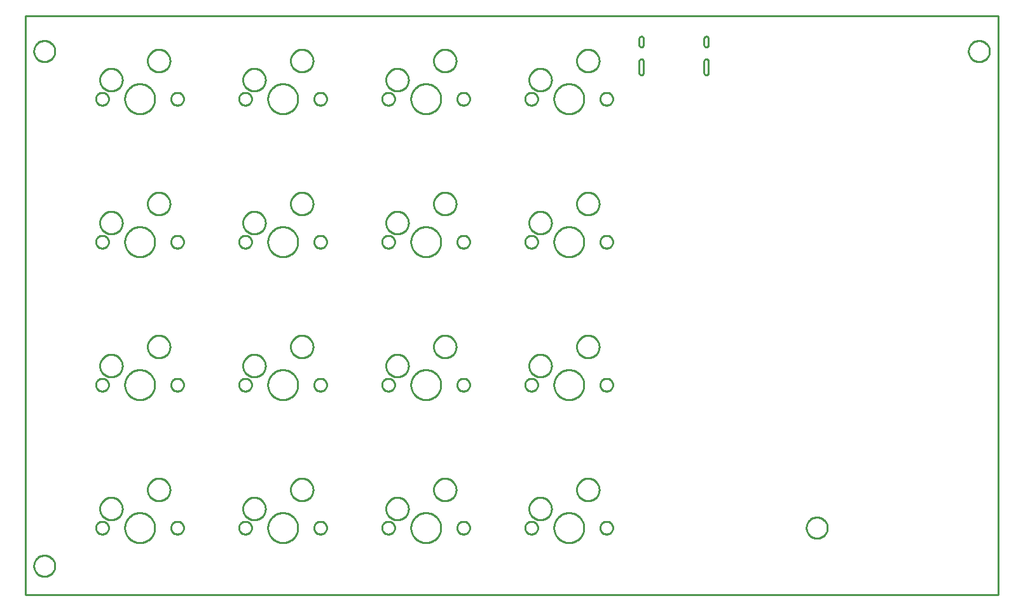
<source format=gbr>
G04 EAGLE Gerber RS-274X export*
G75*
%MOMM*%
%FSLAX34Y34*%
%LPD*%
%IN*%
%IPPOS*%
%AMOC8*
5,1,8,0,0,1.08239X$1,22.5*%
G01*
%ADD10C,0.254000*%


D10*
X-88900Y-76200D02*
X1206300Y-76200D01*
X1206300Y695200D01*
X-88900Y695200D01*
X-88900Y-76200D01*
X728450Y619100D02*
X728461Y618839D01*
X728496Y618579D01*
X728552Y618324D01*
X728631Y618074D01*
X728731Y617832D01*
X728852Y617600D01*
X728993Y617379D01*
X729152Y617172D01*
X729329Y616979D01*
X729522Y616802D01*
X729729Y616643D01*
X729950Y616502D01*
X730182Y616381D01*
X730424Y616281D01*
X730674Y616202D01*
X730929Y616146D01*
X731189Y616111D01*
X731450Y616100D01*
X731711Y616111D01*
X731971Y616146D01*
X732226Y616202D01*
X732476Y616281D01*
X732718Y616381D01*
X732950Y616502D01*
X733171Y616643D01*
X733378Y616802D01*
X733571Y616979D01*
X733748Y617172D01*
X733907Y617379D01*
X734048Y617600D01*
X734169Y617832D01*
X734269Y618074D01*
X734348Y618324D01*
X734404Y618579D01*
X734439Y618839D01*
X734450Y619100D01*
X734450Y634100D01*
X734439Y634361D01*
X734404Y634621D01*
X734348Y634876D01*
X734269Y635126D01*
X734169Y635368D01*
X734048Y635600D01*
X733907Y635821D01*
X733748Y636028D01*
X733571Y636221D01*
X733378Y636398D01*
X733171Y636557D01*
X732950Y636698D01*
X732718Y636819D01*
X732476Y636919D01*
X732226Y636998D01*
X731971Y637054D01*
X731711Y637089D01*
X731450Y637100D01*
X731189Y637089D01*
X730929Y637054D01*
X730674Y636998D01*
X730424Y636919D01*
X730182Y636819D01*
X729950Y636698D01*
X729729Y636557D01*
X729522Y636398D01*
X729329Y636221D01*
X729152Y636028D01*
X728993Y635821D01*
X728852Y635600D01*
X728731Y635368D01*
X728631Y635126D01*
X728552Y634876D01*
X728496Y634621D01*
X728461Y634361D01*
X728450Y634100D01*
X728450Y619100D01*
X814950Y619100D02*
X814961Y618839D01*
X814996Y618579D01*
X815052Y618324D01*
X815131Y618074D01*
X815231Y617832D01*
X815352Y617600D01*
X815493Y617379D01*
X815652Y617172D01*
X815829Y616979D01*
X816022Y616802D01*
X816229Y616643D01*
X816450Y616502D01*
X816682Y616381D01*
X816924Y616281D01*
X817174Y616202D01*
X817429Y616146D01*
X817689Y616111D01*
X817950Y616100D01*
X818211Y616111D01*
X818471Y616146D01*
X818726Y616202D01*
X818976Y616281D01*
X819218Y616381D01*
X819450Y616502D01*
X819671Y616643D01*
X819878Y616802D01*
X820071Y616979D01*
X820248Y617172D01*
X820407Y617379D01*
X820548Y617600D01*
X820669Y617832D01*
X820769Y618074D01*
X820848Y618324D01*
X820904Y618579D01*
X820939Y618839D01*
X820950Y619100D01*
X820950Y634100D01*
X820939Y634361D01*
X820904Y634621D01*
X820848Y634876D01*
X820769Y635126D01*
X820669Y635368D01*
X820548Y635600D01*
X820407Y635821D01*
X820248Y636028D01*
X820071Y636221D01*
X819878Y636398D01*
X819671Y636557D01*
X819450Y636698D01*
X819218Y636819D01*
X818976Y636919D01*
X818726Y636998D01*
X818471Y637054D01*
X818211Y637089D01*
X817950Y637100D01*
X817689Y637089D01*
X817429Y637054D01*
X817174Y636998D01*
X816924Y636919D01*
X816682Y636819D01*
X816450Y636698D01*
X816229Y636557D01*
X816022Y636398D01*
X815829Y636221D01*
X815652Y636028D01*
X815493Y635821D01*
X815352Y635600D01*
X815231Y635368D01*
X815131Y635126D01*
X815052Y634876D01*
X814996Y634621D01*
X814961Y634361D01*
X814950Y634100D01*
X814950Y619100D01*
X728450Y656400D02*
X728461Y656139D01*
X728496Y655879D01*
X728552Y655624D01*
X728631Y655374D01*
X728731Y655132D01*
X728852Y654900D01*
X728993Y654679D01*
X729152Y654472D01*
X729329Y654279D01*
X729522Y654102D01*
X729729Y653943D01*
X729950Y653802D01*
X730182Y653681D01*
X730424Y653581D01*
X730674Y653502D01*
X730929Y653446D01*
X731189Y653411D01*
X731450Y653400D01*
X731711Y653411D01*
X731971Y653446D01*
X732226Y653502D01*
X732476Y653581D01*
X732718Y653681D01*
X732950Y653802D01*
X733171Y653943D01*
X733378Y654102D01*
X733571Y654279D01*
X733748Y654472D01*
X733907Y654679D01*
X734048Y654900D01*
X734169Y655132D01*
X734269Y655374D01*
X734348Y655624D01*
X734404Y655879D01*
X734439Y656139D01*
X734450Y656400D01*
X734450Y664400D01*
X734439Y664661D01*
X734404Y664921D01*
X734348Y665176D01*
X734269Y665426D01*
X734169Y665668D01*
X734048Y665900D01*
X733907Y666121D01*
X733748Y666328D01*
X733571Y666521D01*
X733378Y666698D01*
X733171Y666857D01*
X732950Y666998D01*
X732718Y667119D01*
X732476Y667219D01*
X732226Y667298D01*
X731971Y667354D01*
X731711Y667389D01*
X731450Y667400D01*
X731189Y667389D01*
X730929Y667354D01*
X730674Y667298D01*
X730424Y667219D01*
X730182Y667119D01*
X729950Y666998D01*
X729729Y666857D01*
X729522Y666698D01*
X729329Y666521D01*
X729152Y666328D01*
X728993Y666121D01*
X728852Y665900D01*
X728731Y665668D01*
X728631Y665426D01*
X728552Y665176D01*
X728496Y664921D01*
X728461Y664661D01*
X728450Y664400D01*
X728450Y656400D01*
X814950Y656400D02*
X814961Y656139D01*
X814996Y655879D01*
X815052Y655624D01*
X815131Y655374D01*
X815231Y655132D01*
X815352Y654900D01*
X815493Y654679D01*
X815652Y654472D01*
X815829Y654279D01*
X816022Y654102D01*
X816229Y653943D01*
X816450Y653802D01*
X816682Y653681D01*
X816924Y653581D01*
X817174Y653502D01*
X817429Y653446D01*
X817689Y653411D01*
X817950Y653400D01*
X818211Y653411D01*
X818471Y653446D01*
X818726Y653502D01*
X818976Y653581D01*
X819218Y653681D01*
X819450Y653802D01*
X819671Y653943D01*
X819878Y654102D01*
X820071Y654279D01*
X820248Y654472D01*
X820407Y654679D01*
X820548Y654900D01*
X820669Y655132D01*
X820769Y655374D01*
X820848Y655624D01*
X820904Y655879D01*
X820939Y656139D01*
X820950Y656400D01*
X820950Y664400D01*
X820939Y664661D01*
X820904Y664921D01*
X820848Y665176D01*
X820769Y665426D01*
X820669Y665668D01*
X820548Y665900D01*
X820407Y666121D01*
X820248Y666328D01*
X820071Y666521D01*
X819878Y666698D01*
X819671Y666857D01*
X819450Y666998D01*
X819218Y667119D01*
X818976Y667219D01*
X818726Y667298D01*
X818471Y667354D01*
X818211Y667389D01*
X817950Y667400D01*
X817689Y667389D01*
X817429Y667354D01*
X817174Y667298D01*
X816924Y667219D01*
X816682Y667119D01*
X816450Y666998D01*
X816229Y666857D01*
X816022Y666698D01*
X815829Y666521D01*
X815652Y666328D01*
X815493Y666121D01*
X815352Y665900D01*
X815231Y665668D01*
X815131Y665426D01*
X815052Y665176D01*
X814996Y664921D01*
X814961Y664661D01*
X814950Y664400D01*
X814950Y656400D01*
X-49500Y647200D02*
X-49571Y646203D01*
X-49714Y645213D01*
X-49926Y644236D01*
X-50208Y643276D01*
X-50557Y642339D01*
X-50973Y641429D01*
X-51452Y640552D01*
X-51993Y639710D01*
X-52592Y638910D01*
X-53247Y638154D01*
X-53954Y637447D01*
X-54710Y636792D01*
X-55510Y636193D01*
X-56352Y635652D01*
X-57229Y635173D01*
X-58139Y634757D01*
X-59076Y634408D01*
X-60036Y634126D01*
X-61013Y633914D01*
X-62003Y633771D01*
X-63000Y633700D01*
X-64000Y633700D01*
X-64998Y633771D01*
X-65987Y633914D01*
X-66965Y634126D01*
X-67924Y634408D01*
X-68861Y634757D01*
X-69771Y635173D01*
X-70648Y635652D01*
X-71490Y636193D01*
X-72290Y636792D01*
X-73046Y637447D01*
X-73753Y638154D01*
X-74408Y638910D01*
X-75007Y639710D01*
X-75548Y640552D01*
X-76027Y641429D01*
X-76443Y642339D01*
X-76792Y643276D01*
X-77074Y644236D01*
X-77286Y645213D01*
X-77429Y646203D01*
X-77500Y647200D01*
X-77500Y648200D01*
X-77429Y649198D01*
X-77286Y650187D01*
X-77074Y651165D01*
X-76792Y652124D01*
X-76443Y653061D01*
X-76027Y653971D01*
X-75548Y654848D01*
X-75007Y655690D01*
X-74408Y656490D01*
X-73753Y657246D01*
X-73046Y657953D01*
X-72290Y658608D01*
X-71490Y659207D01*
X-70648Y659748D01*
X-69771Y660227D01*
X-68861Y660643D01*
X-67924Y660992D01*
X-66965Y661274D01*
X-65987Y661486D01*
X-64998Y661629D01*
X-64000Y661700D01*
X-63000Y661700D01*
X-62003Y661629D01*
X-61013Y661486D01*
X-60036Y661274D01*
X-59076Y660992D01*
X-58139Y660643D01*
X-57229Y660227D01*
X-56352Y659748D01*
X-55510Y659207D01*
X-54710Y658608D01*
X-53954Y657953D01*
X-53247Y657246D01*
X-52592Y656490D01*
X-51993Y655690D01*
X-51452Y654848D01*
X-50973Y653971D01*
X-50557Y653061D01*
X-50208Y652124D01*
X-49926Y651165D01*
X-49714Y650187D01*
X-49571Y649198D01*
X-49500Y648200D01*
X-49500Y647200D01*
X-49500Y-38600D02*
X-49571Y-39598D01*
X-49714Y-40587D01*
X-49926Y-41565D01*
X-50208Y-42524D01*
X-50557Y-43461D01*
X-50973Y-44371D01*
X-51452Y-45248D01*
X-51993Y-46090D01*
X-52592Y-46890D01*
X-53247Y-47646D01*
X-53954Y-48353D01*
X-54710Y-49008D01*
X-55510Y-49607D01*
X-56352Y-50148D01*
X-57229Y-50627D01*
X-58139Y-51043D01*
X-59076Y-51392D01*
X-60036Y-51674D01*
X-61013Y-51886D01*
X-62003Y-52029D01*
X-63000Y-52100D01*
X-64000Y-52100D01*
X-64998Y-52029D01*
X-65987Y-51886D01*
X-66965Y-51674D01*
X-67924Y-51392D01*
X-68861Y-51043D01*
X-69771Y-50627D01*
X-70648Y-50148D01*
X-71490Y-49607D01*
X-72290Y-49008D01*
X-73046Y-48353D01*
X-73753Y-47646D01*
X-74408Y-46890D01*
X-75007Y-46090D01*
X-75548Y-45248D01*
X-76027Y-44371D01*
X-76443Y-43461D01*
X-76792Y-42524D01*
X-77074Y-41565D01*
X-77286Y-40587D01*
X-77429Y-39598D01*
X-77500Y-38600D01*
X-77500Y-37600D01*
X-77429Y-36603D01*
X-77286Y-35613D01*
X-77074Y-34636D01*
X-76792Y-33676D01*
X-76443Y-32739D01*
X-76027Y-31829D01*
X-75548Y-30952D01*
X-75007Y-30110D01*
X-74408Y-29310D01*
X-73753Y-28554D01*
X-73046Y-27847D01*
X-72290Y-27192D01*
X-71490Y-26593D01*
X-70648Y-26052D01*
X-69771Y-25573D01*
X-68861Y-25157D01*
X-67924Y-24808D01*
X-66965Y-24526D01*
X-65987Y-24314D01*
X-64998Y-24171D01*
X-64000Y-24100D01*
X-63000Y-24100D01*
X-62003Y-24171D01*
X-61013Y-24314D01*
X-60036Y-24526D01*
X-59076Y-24808D01*
X-58139Y-25157D01*
X-57229Y-25573D01*
X-56352Y-26052D01*
X-55510Y-26593D01*
X-54710Y-27192D01*
X-53954Y-27847D01*
X-53247Y-28554D01*
X-52592Y-29310D01*
X-51993Y-30110D01*
X-51452Y-30952D01*
X-50973Y-31829D01*
X-50557Y-32739D01*
X-50208Y-33676D01*
X-49926Y-34636D01*
X-49714Y-35613D01*
X-49571Y-36603D01*
X-49500Y-37600D01*
X-49500Y-38600D01*
X1195100Y647200D02*
X1195029Y646203D01*
X1194886Y645213D01*
X1194674Y644236D01*
X1194392Y643276D01*
X1194043Y642339D01*
X1193627Y641429D01*
X1193148Y640552D01*
X1192607Y639710D01*
X1192008Y638910D01*
X1191353Y638154D01*
X1190646Y637447D01*
X1189890Y636792D01*
X1189090Y636193D01*
X1188248Y635652D01*
X1187371Y635173D01*
X1186461Y634757D01*
X1185524Y634408D01*
X1184565Y634126D01*
X1183587Y633914D01*
X1182598Y633771D01*
X1181600Y633700D01*
X1180600Y633700D01*
X1179603Y633771D01*
X1178613Y633914D01*
X1177636Y634126D01*
X1176676Y634408D01*
X1175739Y634757D01*
X1174829Y635173D01*
X1173952Y635652D01*
X1173110Y636193D01*
X1172310Y636792D01*
X1171554Y637447D01*
X1170847Y638154D01*
X1170192Y638910D01*
X1169593Y639710D01*
X1169052Y640552D01*
X1168573Y641429D01*
X1168157Y642339D01*
X1167808Y643276D01*
X1167526Y644236D01*
X1167314Y645213D01*
X1167171Y646203D01*
X1167100Y647200D01*
X1167100Y648200D01*
X1167171Y649198D01*
X1167314Y650187D01*
X1167526Y651165D01*
X1167808Y652124D01*
X1168157Y653061D01*
X1168573Y653971D01*
X1169052Y654848D01*
X1169593Y655690D01*
X1170192Y656490D01*
X1170847Y657246D01*
X1171554Y657953D01*
X1172310Y658608D01*
X1173110Y659207D01*
X1173952Y659748D01*
X1174829Y660227D01*
X1175739Y660643D01*
X1176676Y660992D01*
X1177636Y661274D01*
X1178613Y661486D01*
X1179603Y661629D01*
X1180600Y661700D01*
X1181600Y661700D01*
X1182598Y661629D01*
X1183587Y661486D01*
X1184565Y661274D01*
X1185524Y660992D01*
X1186461Y660643D01*
X1187371Y660227D01*
X1188248Y659748D01*
X1189090Y659207D01*
X1189890Y658608D01*
X1190646Y657953D01*
X1191353Y657246D01*
X1192008Y656490D01*
X1192607Y655690D01*
X1193148Y654848D01*
X1193627Y653971D01*
X1194043Y653061D01*
X1194392Y652124D01*
X1194674Y651165D01*
X1194886Y650187D01*
X1195029Y649198D01*
X1195100Y648200D01*
X1195100Y647200D01*
X979200Y12200D02*
X979129Y11203D01*
X978986Y10213D01*
X978774Y9236D01*
X978492Y8276D01*
X978143Y7339D01*
X977727Y6429D01*
X977248Y5552D01*
X976707Y4710D01*
X976108Y3910D01*
X975453Y3154D01*
X974746Y2447D01*
X973990Y1792D01*
X973190Y1193D01*
X972348Y652D01*
X971471Y173D01*
X970561Y-243D01*
X969624Y-592D01*
X968665Y-874D01*
X967687Y-1086D01*
X966698Y-1229D01*
X965700Y-1300D01*
X964700Y-1300D01*
X963703Y-1229D01*
X962713Y-1086D01*
X961736Y-874D01*
X960776Y-592D01*
X959839Y-243D01*
X958929Y173D01*
X958052Y652D01*
X957210Y1193D01*
X956410Y1792D01*
X955654Y2447D01*
X954947Y3154D01*
X954292Y3910D01*
X953693Y4710D01*
X953152Y5552D01*
X952673Y6429D01*
X952257Y7339D01*
X951908Y8276D01*
X951626Y9236D01*
X951414Y10213D01*
X951271Y11203D01*
X951200Y12200D01*
X951200Y13200D01*
X951271Y14198D01*
X951414Y15187D01*
X951626Y16165D01*
X951908Y17124D01*
X952257Y18061D01*
X952673Y18971D01*
X953152Y19848D01*
X953693Y20690D01*
X954292Y21490D01*
X954947Y22246D01*
X955654Y22953D01*
X956410Y23608D01*
X957210Y24207D01*
X958052Y24748D01*
X958929Y25227D01*
X959839Y25643D01*
X960776Y25992D01*
X961736Y26274D01*
X962713Y26486D01*
X963703Y26629D01*
X964700Y26700D01*
X965700Y26700D01*
X966698Y26629D01*
X967687Y26486D01*
X968665Y26274D01*
X969624Y25992D01*
X970561Y25643D01*
X971471Y25227D01*
X972348Y24748D01*
X973190Y24207D01*
X973990Y23608D01*
X974746Y22953D01*
X975453Y22246D01*
X976108Y21490D01*
X976707Y20690D01*
X977248Y19848D01*
X977727Y18971D01*
X978143Y18061D01*
X978492Y17124D01*
X978774Y16165D01*
X978986Y15187D01*
X979129Y14198D01*
X979200Y13200D01*
X979200Y12200D01*
X103900Y635536D02*
X103824Y636604D01*
X103671Y637665D01*
X103443Y638712D01*
X103141Y639740D01*
X102767Y640744D01*
X102322Y641719D01*
X101808Y642659D01*
X101229Y643560D01*
X100587Y644418D01*
X99885Y645228D01*
X99128Y645985D01*
X98318Y646687D01*
X97460Y647329D01*
X96559Y647908D01*
X95619Y648422D01*
X94644Y648867D01*
X93640Y649241D01*
X92612Y649543D01*
X91565Y649771D01*
X90504Y649924D01*
X89436Y650000D01*
X88364Y650000D01*
X87296Y649924D01*
X86235Y649771D01*
X85188Y649543D01*
X84160Y649241D01*
X83156Y648867D01*
X82181Y648422D01*
X81241Y647908D01*
X80340Y647329D01*
X79482Y646687D01*
X78672Y645985D01*
X77915Y645228D01*
X77213Y644418D01*
X76571Y643560D01*
X75992Y642659D01*
X75478Y641719D01*
X75033Y640744D01*
X74659Y639740D01*
X74357Y638712D01*
X74129Y637665D01*
X73976Y636604D01*
X73900Y635536D01*
X73900Y634464D01*
X73976Y633396D01*
X74129Y632335D01*
X74357Y631288D01*
X74659Y630260D01*
X75033Y629256D01*
X75478Y628281D01*
X75992Y627341D01*
X76571Y626440D01*
X77213Y625582D01*
X77915Y624772D01*
X78672Y624015D01*
X79482Y623313D01*
X80340Y622671D01*
X81241Y622092D01*
X82181Y621578D01*
X83156Y621133D01*
X84160Y620759D01*
X85188Y620457D01*
X86235Y620229D01*
X87296Y620076D01*
X88364Y620000D01*
X89436Y620000D01*
X90504Y620076D01*
X91565Y620229D01*
X92612Y620457D01*
X93640Y620759D01*
X94644Y621133D01*
X95619Y621578D01*
X96559Y622092D01*
X97460Y622671D01*
X98318Y623313D01*
X99128Y624015D01*
X99885Y624772D01*
X100587Y625582D01*
X101229Y626440D01*
X101808Y627341D01*
X102322Y628281D01*
X102767Y629256D01*
X103141Y630260D01*
X103443Y631288D01*
X103671Y632335D01*
X103824Y633396D01*
X103900Y634464D01*
X103900Y635536D01*
X40400Y610136D02*
X40324Y611204D01*
X40171Y612265D01*
X39943Y613312D01*
X39641Y614340D01*
X39267Y615344D01*
X38822Y616319D01*
X38308Y617259D01*
X37729Y618160D01*
X37087Y619018D01*
X36385Y619828D01*
X35628Y620585D01*
X34818Y621287D01*
X33960Y621929D01*
X33059Y622508D01*
X32119Y623022D01*
X31144Y623467D01*
X30140Y623841D01*
X29112Y624143D01*
X28065Y624371D01*
X27004Y624524D01*
X25936Y624600D01*
X24864Y624600D01*
X23796Y624524D01*
X22735Y624371D01*
X21688Y624143D01*
X20660Y623841D01*
X19656Y623467D01*
X18681Y623022D01*
X17741Y622508D01*
X16840Y621929D01*
X15982Y621287D01*
X15172Y620585D01*
X14415Y619828D01*
X13713Y619018D01*
X13071Y618160D01*
X12492Y617259D01*
X11978Y616319D01*
X11533Y615344D01*
X11159Y614340D01*
X10857Y613312D01*
X10629Y612265D01*
X10476Y611204D01*
X10400Y610136D01*
X10400Y609064D01*
X10476Y607996D01*
X10629Y606935D01*
X10857Y605888D01*
X11159Y604860D01*
X11533Y603856D01*
X11978Y602881D01*
X12492Y601941D01*
X13071Y601040D01*
X13713Y600182D01*
X14415Y599372D01*
X15172Y598615D01*
X15982Y597913D01*
X16840Y597271D01*
X17741Y596692D01*
X18681Y596178D01*
X19656Y595733D01*
X20660Y595359D01*
X21688Y595057D01*
X22735Y594829D01*
X23796Y594676D01*
X24864Y594600D01*
X25936Y594600D01*
X27004Y594676D01*
X28065Y594829D01*
X29112Y595057D01*
X30140Y595359D01*
X31144Y595733D01*
X32119Y596178D01*
X33059Y596692D01*
X33960Y597271D01*
X34818Y597913D01*
X35628Y598615D01*
X36385Y599372D01*
X37087Y600182D01*
X37729Y601040D01*
X38308Y601941D01*
X38822Y602881D01*
X39267Y603856D01*
X39641Y604860D01*
X39943Y605888D01*
X40171Y606935D01*
X40324Y607996D01*
X40400Y609064D01*
X40400Y610136D01*
X484900Y254536D02*
X484824Y255604D01*
X484671Y256665D01*
X484443Y257712D01*
X484141Y258740D01*
X483767Y259744D01*
X483322Y260719D01*
X482808Y261659D01*
X482229Y262560D01*
X481587Y263418D01*
X480885Y264228D01*
X480128Y264985D01*
X479318Y265687D01*
X478460Y266329D01*
X477559Y266908D01*
X476619Y267422D01*
X475644Y267867D01*
X474640Y268241D01*
X473612Y268543D01*
X472565Y268771D01*
X471504Y268924D01*
X470436Y269000D01*
X469364Y269000D01*
X468296Y268924D01*
X467235Y268771D01*
X466188Y268543D01*
X465160Y268241D01*
X464156Y267867D01*
X463181Y267422D01*
X462241Y266908D01*
X461340Y266329D01*
X460482Y265687D01*
X459672Y264985D01*
X458915Y264228D01*
X458213Y263418D01*
X457571Y262560D01*
X456992Y261659D01*
X456478Y260719D01*
X456033Y259744D01*
X455659Y258740D01*
X455357Y257712D01*
X455129Y256665D01*
X454976Y255604D01*
X454900Y254536D01*
X454900Y253464D01*
X454976Y252396D01*
X455129Y251335D01*
X455357Y250288D01*
X455659Y249260D01*
X456033Y248256D01*
X456478Y247281D01*
X456992Y246341D01*
X457571Y245440D01*
X458213Y244582D01*
X458915Y243772D01*
X459672Y243015D01*
X460482Y242313D01*
X461340Y241671D01*
X462241Y241092D01*
X463181Y240578D01*
X464156Y240133D01*
X465160Y239759D01*
X466188Y239457D01*
X467235Y239229D01*
X468296Y239076D01*
X469364Y239000D01*
X470436Y239000D01*
X471504Y239076D01*
X472565Y239229D01*
X473612Y239457D01*
X474640Y239759D01*
X475644Y240133D01*
X476619Y240578D01*
X477559Y241092D01*
X478460Y241671D01*
X479318Y242313D01*
X480128Y243015D01*
X480885Y243772D01*
X481587Y244582D01*
X482229Y245440D01*
X482808Y246341D01*
X483322Y247281D01*
X483767Y248256D01*
X484141Y249260D01*
X484443Y250288D01*
X484671Y251335D01*
X484824Y252396D01*
X484900Y253464D01*
X484900Y254536D01*
X421400Y229136D02*
X421324Y230204D01*
X421171Y231265D01*
X420943Y232312D01*
X420641Y233340D01*
X420267Y234344D01*
X419822Y235319D01*
X419308Y236259D01*
X418729Y237160D01*
X418087Y238018D01*
X417385Y238828D01*
X416628Y239585D01*
X415818Y240287D01*
X414960Y240929D01*
X414059Y241508D01*
X413119Y242022D01*
X412144Y242467D01*
X411140Y242841D01*
X410112Y243143D01*
X409065Y243371D01*
X408004Y243524D01*
X406936Y243600D01*
X405864Y243600D01*
X404796Y243524D01*
X403735Y243371D01*
X402688Y243143D01*
X401660Y242841D01*
X400656Y242467D01*
X399681Y242022D01*
X398741Y241508D01*
X397840Y240929D01*
X396982Y240287D01*
X396172Y239585D01*
X395415Y238828D01*
X394713Y238018D01*
X394071Y237160D01*
X393492Y236259D01*
X392978Y235319D01*
X392533Y234344D01*
X392159Y233340D01*
X391857Y232312D01*
X391629Y231265D01*
X391476Y230204D01*
X391400Y229136D01*
X391400Y228064D01*
X391476Y226996D01*
X391629Y225935D01*
X391857Y224888D01*
X392159Y223860D01*
X392533Y222856D01*
X392978Y221881D01*
X393492Y220941D01*
X394071Y220040D01*
X394713Y219182D01*
X395415Y218372D01*
X396172Y217615D01*
X396982Y216913D01*
X397840Y216271D01*
X398741Y215692D01*
X399681Y215178D01*
X400656Y214733D01*
X401660Y214359D01*
X402688Y214057D01*
X403735Y213829D01*
X404796Y213676D01*
X405864Y213600D01*
X406936Y213600D01*
X408004Y213676D01*
X409065Y213829D01*
X410112Y214057D01*
X411140Y214359D01*
X412144Y214733D01*
X413119Y215178D01*
X414059Y215692D01*
X414960Y216271D01*
X415818Y216913D01*
X416628Y217615D01*
X417385Y218372D01*
X418087Y219182D01*
X418729Y220040D01*
X419308Y220941D01*
X419822Y221881D01*
X420267Y222856D01*
X420641Y223860D01*
X420943Y224888D01*
X421171Y225935D01*
X421324Y226996D01*
X421400Y228064D01*
X421400Y229136D01*
X484900Y64036D02*
X484824Y65104D01*
X484671Y66165D01*
X484443Y67212D01*
X484141Y68240D01*
X483767Y69244D01*
X483322Y70219D01*
X482808Y71159D01*
X482229Y72060D01*
X481587Y72918D01*
X480885Y73728D01*
X480128Y74485D01*
X479318Y75187D01*
X478460Y75829D01*
X477559Y76408D01*
X476619Y76922D01*
X475644Y77367D01*
X474640Y77741D01*
X473612Y78043D01*
X472565Y78271D01*
X471504Y78424D01*
X470436Y78500D01*
X469364Y78500D01*
X468296Y78424D01*
X467235Y78271D01*
X466188Y78043D01*
X465160Y77741D01*
X464156Y77367D01*
X463181Y76922D01*
X462241Y76408D01*
X461340Y75829D01*
X460482Y75187D01*
X459672Y74485D01*
X458915Y73728D01*
X458213Y72918D01*
X457571Y72060D01*
X456992Y71159D01*
X456478Y70219D01*
X456033Y69244D01*
X455659Y68240D01*
X455357Y67212D01*
X455129Y66165D01*
X454976Y65104D01*
X454900Y64036D01*
X454900Y62964D01*
X454976Y61896D01*
X455129Y60835D01*
X455357Y59788D01*
X455659Y58760D01*
X456033Y57756D01*
X456478Y56781D01*
X456992Y55841D01*
X457571Y54940D01*
X458213Y54082D01*
X458915Y53272D01*
X459672Y52515D01*
X460482Y51813D01*
X461340Y51171D01*
X462241Y50592D01*
X463181Y50078D01*
X464156Y49633D01*
X465160Y49259D01*
X466188Y48957D01*
X467235Y48729D01*
X468296Y48576D01*
X469364Y48500D01*
X470436Y48500D01*
X471504Y48576D01*
X472565Y48729D01*
X473612Y48957D01*
X474640Y49259D01*
X475644Y49633D01*
X476619Y50078D01*
X477559Y50592D01*
X478460Y51171D01*
X479318Y51813D01*
X480128Y52515D01*
X480885Y53272D01*
X481587Y54082D01*
X482229Y54940D01*
X482808Y55841D01*
X483322Y56781D01*
X483767Y57756D01*
X484141Y58760D01*
X484443Y59788D01*
X484671Y60835D01*
X484824Y61896D01*
X484900Y62964D01*
X484900Y64036D01*
X421400Y38636D02*
X421324Y39704D01*
X421171Y40765D01*
X420943Y41812D01*
X420641Y42840D01*
X420267Y43844D01*
X419822Y44819D01*
X419308Y45759D01*
X418729Y46660D01*
X418087Y47518D01*
X417385Y48328D01*
X416628Y49085D01*
X415818Y49787D01*
X414960Y50429D01*
X414059Y51008D01*
X413119Y51522D01*
X412144Y51967D01*
X411140Y52341D01*
X410112Y52643D01*
X409065Y52871D01*
X408004Y53024D01*
X406936Y53100D01*
X405864Y53100D01*
X404796Y53024D01*
X403735Y52871D01*
X402688Y52643D01*
X401660Y52341D01*
X400656Y51967D01*
X399681Y51522D01*
X398741Y51008D01*
X397840Y50429D01*
X396982Y49787D01*
X396172Y49085D01*
X395415Y48328D01*
X394713Y47518D01*
X394071Y46660D01*
X393492Y45759D01*
X392978Y44819D01*
X392533Y43844D01*
X392159Y42840D01*
X391857Y41812D01*
X391629Y40765D01*
X391476Y39704D01*
X391400Y38636D01*
X391400Y37564D01*
X391476Y36496D01*
X391629Y35435D01*
X391857Y34388D01*
X392159Y33360D01*
X392533Y32356D01*
X392978Y31381D01*
X393492Y30441D01*
X394071Y29540D01*
X394713Y28682D01*
X395415Y27872D01*
X396172Y27115D01*
X396982Y26413D01*
X397840Y25771D01*
X398741Y25192D01*
X399681Y24678D01*
X400656Y24233D01*
X401660Y23859D01*
X402688Y23557D01*
X403735Y23329D01*
X404796Y23176D01*
X405864Y23100D01*
X406936Y23100D01*
X408004Y23176D01*
X409065Y23329D01*
X410112Y23557D01*
X411140Y23859D01*
X412144Y24233D01*
X413119Y24678D01*
X414059Y25192D01*
X414960Y25771D01*
X415818Y26413D01*
X416628Y27115D01*
X417385Y27872D01*
X418087Y28682D01*
X418729Y29540D01*
X419308Y30441D01*
X419822Y31381D01*
X420267Y32356D01*
X420641Y33360D01*
X420943Y34388D01*
X421171Y35435D01*
X421324Y36496D01*
X421400Y37564D01*
X421400Y38636D01*
X675400Y635536D02*
X675324Y636604D01*
X675171Y637665D01*
X674943Y638712D01*
X674641Y639740D01*
X674267Y640744D01*
X673822Y641719D01*
X673308Y642659D01*
X672729Y643560D01*
X672087Y644418D01*
X671385Y645228D01*
X670628Y645985D01*
X669818Y646687D01*
X668960Y647329D01*
X668059Y647908D01*
X667119Y648422D01*
X666144Y648867D01*
X665140Y649241D01*
X664112Y649543D01*
X663065Y649771D01*
X662004Y649924D01*
X660936Y650000D01*
X659864Y650000D01*
X658796Y649924D01*
X657735Y649771D01*
X656688Y649543D01*
X655660Y649241D01*
X654656Y648867D01*
X653681Y648422D01*
X652741Y647908D01*
X651840Y647329D01*
X650982Y646687D01*
X650172Y645985D01*
X649415Y645228D01*
X648713Y644418D01*
X648071Y643560D01*
X647492Y642659D01*
X646978Y641719D01*
X646533Y640744D01*
X646159Y639740D01*
X645857Y638712D01*
X645629Y637665D01*
X645476Y636604D01*
X645400Y635536D01*
X645400Y634464D01*
X645476Y633396D01*
X645629Y632335D01*
X645857Y631288D01*
X646159Y630260D01*
X646533Y629256D01*
X646978Y628281D01*
X647492Y627341D01*
X648071Y626440D01*
X648713Y625582D01*
X649415Y624772D01*
X650172Y624015D01*
X650982Y623313D01*
X651840Y622671D01*
X652741Y622092D01*
X653681Y621578D01*
X654656Y621133D01*
X655660Y620759D01*
X656688Y620457D01*
X657735Y620229D01*
X658796Y620076D01*
X659864Y620000D01*
X660936Y620000D01*
X662004Y620076D01*
X663065Y620229D01*
X664112Y620457D01*
X665140Y620759D01*
X666144Y621133D01*
X667119Y621578D01*
X668059Y622092D01*
X668960Y622671D01*
X669818Y623313D01*
X670628Y624015D01*
X671385Y624772D01*
X672087Y625582D01*
X672729Y626440D01*
X673308Y627341D01*
X673822Y628281D01*
X674267Y629256D01*
X674641Y630260D01*
X674943Y631288D01*
X675171Y632335D01*
X675324Y633396D01*
X675400Y634464D01*
X675400Y635536D01*
X611900Y610136D02*
X611824Y611204D01*
X611671Y612265D01*
X611443Y613312D01*
X611141Y614340D01*
X610767Y615344D01*
X610322Y616319D01*
X609808Y617259D01*
X609229Y618160D01*
X608587Y619018D01*
X607885Y619828D01*
X607128Y620585D01*
X606318Y621287D01*
X605460Y621929D01*
X604559Y622508D01*
X603619Y623022D01*
X602644Y623467D01*
X601640Y623841D01*
X600612Y624143D01*
X599565Y624371D01*
X598504Y624524D01*
X597436Y624600D01*
X596364Y624600D01*
X595296Y624524D01*
X594235Y624371D01*
X593188Y624143D01*
X592160Y623841D01*
X591156Y623467D01*
X590181Y623022D01*
X589241Y622508D01*
X588340Y621929D01*
X587482Y621287D01*
X586672Y620585D01*
X585915Y619828D01*
X585213Y619018D01*
X584571Y618160D01*
X583992Y617259D01*
X583478Y616319D01*
X583033Y615344D01*
X582659Y614340D01*
X582357Y613312D01*
X582129Y612265D01*
X581976Y611204D01*
X581900Y610136D01*
X581900Y609064D01*
X581976Y607996D01*
X582129Y606935D01*
X582357Y605888D01*
X582659Y604860D01*
X583033Y603856D01*
X583478Y602881D01*
X583992Y601941D01*
X584571Y601040D01*
X585213Y600182D01*
X585915Y599372D01*
X586672Y598615D01*
X587482Y597913D01*
X588340Y597271D01*
X589241Y596692D01*
X590181Y596178D01*
X591156Y595733D01*
X592160Y595359D01*
X593188Y595057D01*
X594235Y594829D01*
X595296Y594676D01*
X596364Y594600D01*
X597436Y594600D01*
X598504Y594676D01*
X599565Y594829D01*
X600612Y595057D01*
X601640Y595359D01*
X602644Y595733D01*
X603619Y596178D01*
X604559Y596692D01*
X605460Y597271D01*
X606318Y597913D01*
X607128Y598615D01*
X607885Y599372D01*
X608587Y600182D01*
X609229Y601040D01*
X609808Y601941D01*
X610322Y602881D01*
X610767Y603856D01*
X611141Y604860D01*
X611443Y605888D01*
X611671Y606935D01*
X611824Y607996D01*
X611900Y609064D01*
X611900Y610136D01*
X675400Y445036D02*
X675324Y446104D01*
X675171Y447165D01*
X674943Y448212D01*
X674641Y449240D01*
X674267Y450244D01*
X673822Y451219D01*
X673308Y452159D01*
X672729Y453060D01*
X672087Y453918D01*
X671385Y454728D01*
X670628Y455485D01*
X669818Y456187D01*
X668960Y456829D01*
X668059Y457408D01*
X667119Y457922D01*
X666144Y458367D01*
X665140Y458741D01*
X664112Y459043D01*
X663065Y459271D01*
X662004Y459424D01*
X660936Y459500D01*
X659864Y459500D01*
X658796Y459424D01*
X657735Y459271D01*
X656688Y459043D01*
X655660Y458741D01*
X654656Y458367D01*
X653681Y457922D01*
X652741Y457408D01*
X651840Y456829D01*
X650982Y456187D01*
X650172Y455485D01*
X649415Y454728D01*
X648713Y453918D01*
X648071Y453060D01*
X647492Y452159D01*
X646978Y451219D01*
X646533Y450244D01*
X646159Y449240D01*
X645857Y448212D01*
X645629Y447165D01*
X645476Y446104D01*
X645400Y445036D01*
X645400Y443964D01*
X645476Y442896D01*
X645629Y441835D01*
X645857Y440788D01*
X646159Y439760D01*
X646533Y438756D01*
X646978Y437781D01*
X647492Y436841D01*
X648071Y435940D01*
X648713Y435082D01*
X649415Y434272D01*
X650172Y433515D01*
X650982Y432813D01*
X651840Y432171D01*
X652741Y431592D01*
X653681Y431078D01*
X654656Y430633D01*
X655660Y430259D01*
X656688Y429957D01*
X657735Y429729D01*
X658796Y429576D01*
X659864Y429500D01*
X660936Y429500D01*
X662004Y429576D01*
X663065Y429729D01*
X664112Y429957D01*
X665140Y430259D01*
X666144Y430633D01*
X667119Y431078D01*
X668059Y431592D01*
X668960Y432171D01*
X669818Y432813D01*
X670628Y433515D01*
X671385Y434272D01*
X672087Y435082D01*
X672729Y435940D01*
X673308Y436841D01*
X673822Y437781D01*
X674267Y438756D01*
X674641Y439760D01*
X674943Y440788D01*
X675171Y441835D01*
X675324Y442896D01*
X675400Y443964D01*
X675400Y445036D01*
X611900Y419636D02*
X611824Y420704D01*
X611671Y421765D01*
X611443Y422812D01*
X611141Y423840D01*
X610767Y424844D01*
X610322Y425819D01*
X609808Y426759D01*
X609229Y427660D01*
X608587Y428518D01*
X607885Y429328D01*
X607128Y430085D01*
X606318Y430787D01*
X605460Y431429D01*
X604559Y432008D01*
X603619Y432522D01*
X602644Y432967D01*
X601640Y433341D01*
X600612Y433643D01*
X599565Y433871D01*
X598504Y434024D01*
X597436Y434100D01*
X596364Y434100D01*
X595296Y434024D01*
X594235Y433871D01*
X593188Y433643D01*
X592160Y433341D01*
X591156Y432967D01*
X590181Y432522D01*
X589241Y432008D01*
X588340Y431429D01*
X587482Y430787D01*
X586672Y430085D01*
X585915Y429328D01*
X585213Y428518D01*
X584571Y427660D01*
X583992Y426759D01*
X583478Y425819D01*
X583033Y424844D01*
X582659Y423840D01*
X582357Y422812D01*
X582129Y421765D01*
X581976Y420704D01*
X581900Y419636D01*
X581900Y418564D01*
X581976Y417496D01*
X582129Y416435D01*
X582357Y415388D01*
X582659Y414360D01*
X583033Y413356D01*
X583478Y412381D01*
X583992Y411441D01*
X584571Y410540D01*
X585213Y409682D01*
X585915Y408872D01*
X586672Y408115D01*
X587482Y407413D01*
X588340Y406771D01*
X589241Y406192D01*
X590181Y405678D01*
X591156Y405233D01*
X592160Y404859D01*
X593188Y404557D01*
X594235Y404329D01*
X595296Y404176D01*
X596364Y404100D01*
X597436Y404100D01*
X598504Y404176D01*
X599565Y404329D01*
X600612Y404557D01*
X601640Y404859D01*
X602644Y405233D01*
X603619Y405678D01*
X604559Y406192D01*
X605460Y406771D01*
X606318Y407413D01*
X607128Y408115D01*
X607885Y408872D01*
X608587Y409682D01*
X609229Y410540D01*
X609808Y411441D01*
X610322Y412381D01*
X610767Y413356D01*
X611141Y414360D01*
X611443Y415388D01*
X611671Y416435D01*
X611824Y417496D01*
X611900Y418564D01*
X611900Y419636D01*
X675400Y254536D02*
X675324Y255604D01*
X675171Y256665D01*
X674943Y257712D01*
X674641Y258740D01*
X674267Y259744D01*
X673822Y260719D01*
X673308Y261659D01*
X672729Y262560D01*
X672087Y263418D01*
X671385Y264228D01*
X670628Y264985D01*
X669818Y265687D01*
X668960Y266329D01*
X668059Y266908D01*
X667119Y267422D01*
X666144Y267867D01*
X665140Y268241D01*
X664112Y268543D01*
X663065Y268771D01*
X662004Y268924D01*
X660936Y269000D01*
X659864Y269000D01*
X658796Y268924D01*
X657735Y268771D01*
X656688Y268543D01*
X655660Y268241D01*
X654656Y267867D01*
X653681Y267422D01*
X652741Y266908D01*
X651840Y266329D01*
X650982Y265687D01*
X650172Y264985D01*
X649415Y264228D01*
X648713Y263418D01*
X648071Y262560D01*
X647492Y261659D01*
X646978Y260719D01*
X646533Y259744D01*
X646159Y258740D01*
X645857Y257712D01*
X645629Y256665D01*
X645476Y255604D01*
X645400Y254536D01*
X645400Y253464D01*
X645476Y252396D01*
X645629Y251335D01*
X645857Y250288D01*
X646159Y249260D01*
X646533Y248256D01*
X646978Y247281D01*
X647492Y246341D01*
X648071Y245440D01*
X648713Y244582D01*
X649415Y243772D01*
X650172Y243015D01*
X650982Y242313D01*
X651840Y241671D01*
X652741Y241092D01*
X653681Y240578D01*
X654656Y240133D01*
X655660Y239759D01*
X656688Y239457D01*
X657735Y239229D01*
X658796Y239076D01*
X659864Y239000D01*
X660936Y239000D01*
X662004Y239076D01*
X663065Y239229D01*
X664112Y239457D01*
X665140Y239759D01*
X666144Y240133D01*
X667119Y240578D01*
X668059Y241092D01*
X668960Y241671D01*
X669818Y242313D01*
X670628Y243015D01*
X671385Y243772D01*
X672087Y244582D01*
X672729Y245440D01*
X673308Y246341D01*
X673822Y247281D01*
X674267Y248256D01*
X674641Y249260D01*
X674943Y250288D01*
X675171Y251335D01*
X675324Y252396D01*
X675400Y253464D01*
X675400Y254536D01*
X611900Y229136D02*
X611824Y230204D01*
X611671Y231265D01*
X611443Y232312D01*
X611141Y233340D01*
X610767Y234344D01*
X610322Y235319D01*
X609808Y236259D01*
X609229Y237160D01*
X608587Y238018D01*
X607885Y238828D01*
X607128Y239585D01*
X606318Y240287D01*
X605460Y240929D01*
X604559Y241508D01*
X603619Y242022D01*
X602644Y242467D01*
X601640Y242841D01*
X600612Y243143D01*
X599565Y243371D01*
X598504Y243524D01*
X597436Y243600D01*
X596364Y243600D01*
X595296Y243524D01*
X594235Y243371D01*
X593188Y243143D01*
X592160Y242841D01*
X591156Y242467D01*
X590181Y242022D01*
X589241Y241508D01*
X588340Y240929D01*
X587482Y240287D01*
X586672Y239585D01*
X585915Y238828D01*
X585213Y238018D01*
X584571Y237160D01*
X583992Y236259D01*
X583478Y235319D01*
X583033Y234344D01*
X582659Y233340D01*
X582357Y232312D01*
X582129Y231265D01*
X581976Y230204D01*
X581900Y229136D01*
X581900Y228064D01*
X581976Y226996D01*
X582129Y225935D01*
X582357Y224888D01*
X582659Y223860D01*
X583033Y222856D01*
X583478Y221881D01*
X583992Y220941D01*
X584571Y220040D01*
X585213Y219182D01*
X585915Y218372D01*
X586672Y217615D01*
X587482Y216913D01*
X588340Y216271D01*
X589241Y215692D01*
X590181Y215178D01*
X591156Y214733D01*
X592160Y214359D01*
X593188Y214057D01*
X594235Y213829D01*
X595296Y213676D01*
X596364Y213600D01*
X597436Y213600D01*
X598504Y213676D01*
X599565Y213829D01*
X600612Y214057D01*
X601640Y214359D01*
X602644Y214733D01*
X603619Y215178D01*
X604559Y215692D01*
X605460Y216271D01*
X606318Y216913D01*
X607128Y217615D01*
X607885Y218372D01*
X608587Y219182D01*
X609229Y220040D01*
X609808Y220941D01*
X610322Y221881D01*
X610767Y222856D01*
X611141Y223860D01*
X611443Y224888D01*
X611671Y225935D01*
X611824Y226996D01*
X611900Y228064D01*
X611900Y229136D01*
X675400Y64036D02*
X675324Y65104D01*
X675171Y66165D01*
X674943Y67212D01*
X674641Y68240D01*
X674267Y69244D01*
X673822Y70219D01*
X673308Y71159D01*
X672729Y72060D01*
X672087Y72918D01*
X671385Y73728D01*
X670628Y74485D01*
X669818Y75187D01*
X668960Y75829D01*
X668059Y76408D01*
X667119Y76922D01*
X666144Y77367D01*
X665140Y77741D01*
X664112Y78043D01*
X663065Y78271D01*
X662004Y78424D01*
X660936Y78500D01*
X659864Y78500D01*
X658796Y78424D01*
X657735Y78271D01*
X656688Y78043D01*
X655660Y77741D01*
X654656Y77367D01*
X653681Y76922D01*
X652741Y76408D01*
X651840Y75829D01*
X650982Y75187D01*
X650172Y74485D01*
X649415Y73728D01*
X648713Y72918D01*
X648071Y72060D01*
X647492Y71159D01*
X646978Y70219D01*
X646533Y69244D01*
X646159Y68240D01*
X645857Y67212D01*
X645629Y66165D01*
X645476Y65104D01*
X645400Y64036D01*
X645400Y62964D01*
X645476Y61896D01*
X645629Y60835D01*
X645857Y59788D01*
X646159Y58760D01*
X646533Y57756D01*
X646978Y56781D01*
X647492Y55841D01*
X648071Y54940D01*
X648713Y54082D01*
X649415Y53272D01*
X650172Y52515D01*
X650982Y51813D01*
X651840Y51171D01*
X652741Y50592D01*
X653681Y50078D01*
X654656Y49633D01*
X655660Y49259D01*
X656688Y48957D01*
X657735Y48729D01*
X658796Y48576D01*
X659864Y48500D01*
X660936Y48500D01*
X662004Y48576D01*
X663065Y48729D01*
X664112Y48957D01*
X665140Y49259D01*
X666144Y49633D01*
X667119Y50078D01*
X668059Y50592D01*
X668960Y51171D01*
X669818Y51813D01*
X670628Y52515D01*
X671385Y53272D01*
X672087Y54082D01*
X672729Y54940D01*
X673308Y55841D01*
X673822Y56781D01*
X674267Y57756D01*
X674641Y58760D01*
X674943Y59788D01*
X675171Y60835D01*
X675324Y61896D01*
X675400Y62964D01*
X675400Y64036D01*
X611900Y38636D02*
X611824Y39704D01*
X611671Y40765D01*
X611443Y41812D01*
X611141Y42840D01*
X610767Y43844D01*
X610322Y44819D01*
X609808Y45759D01*
X609229Y46660D01*
X608587Y47518D01*
X607885Y48328D01*
X607128Y49085D01*
X606318Y49787D01*
X605460Y50429D01*
X604559Y51008D01*
X603619Y51522D01*
X602644Y51967D01*
X601640Y52341D01*
X600612Y52643D01*
X599565Y52871D01*
X598504Y53024D01*
X597436Y53100D01*
X596364Y53100D01*
X595296Y53024D01*
X594235Y52871D01*
X593188Y52643D01*
X592160Y52341D01*
X591156Y51967D01*
X590181Y51522D01*
X589241Y51008D01*
X588340Y50429D01*
X587482Y49787D01*
X586672Y49085D01*
X585915Y48328D01*
X585213Y47518D01*
X584571Y46660D01*
X583992Y45759D01*
X583478Y44819D01*
X583033Y43844D01*
X582659Y42840D01*
X582357Y41812D01*
X582129Y40765D01*
X581976Y39704D01*
X581900Y38636D01*
X581900Y37564D01*
X581976Y36496D01*
X582129Y35435D01*
X582357Y34388D01*
X582659Y33360D01*
X583033Y32356D01*
X583478Y31381D01*
X583992Y30441D01*
X584571Y29540D01*
X585213Y28682D01*
X585915Y27872D01*
X586672Y27115D01*
X587482Y26413D01*
X588340Y25771D01*
X589241Y25192D01*
X590181Y24678D01*
X591156Y24233D01*
X592160Y23859D01*
X593188Y23557D01*
X594235Y23329D01*
X595296Y23176D01*
X596364Y23100D01*
X597436Y23100D01*
X598504Y23176D01*
X599565Y23329D01*
X600612Y23557D01*
X601640Y23859D01*
X602644Y24233D01*
X603619Y24678D01*
X604559Y25192D01*
X605460Y25771D01*
X606318Y26413D01*
X607128Y27115D01*
X607885Y27872D01*
X608587Y28682D01*
X609229Y29540D01*
X609808Y30441D01*
X610322Y31381D01*
X610767Y32356D01*
X611141Y33360D01*
X611443Y34388D01*
X611671Y35435D01*
X611824Y36496D01*
X611900Y37564D01*
X611900Y38636D01*
X103900Y445036D02*
X103824Y446104D01*
X103671Y447165D01*
X103443Y448212D01*
X103141Y449240D01*
X102767Y450244D01*
X102322Y451219D01*
X101808Y452159D01*
X101229Y453060D01*
X100587Y453918D01*
X99885Y454728D01*
X99128Y455485D01*
X98318Y456187D01*
X97460Y456829D01*
X96559Y457408D01*
X95619Y457922D01*
X94644Y458367D01*
X93640Y458741D01*
X92612Y459043D01*
X91565Y459271D01*
X90504Y459424D01*
X89436Y459500D01*
X88364Y459500D01*
X87296Y459424D01*
X86235Y459271D01*
X85188Y459043D01*
X84160Y458741D01*
X83156Y458367D01*
X82181Y457922D01*
X81241Y457408D01*
X80340Y456829D01*
X79482Y456187D01*
X78672Y455485D01*
X77915Y454728D01*
X77213Y453918D01*
X76571Y453060D01*
X75992Y452159D01*
X75478Y451219D01*
X75033Y450244D01*
X74659Y449240D01*
X74357Y448212D01*
X74129Y447165D01*
X73976Y446104D01*
X73900Y445036D01*
X73900Y443964D01*
X73976Y442896D01*
X74129Y441835D01*
X74357Y440788D01*
X74659Y439760D01*
X75033Y438756D01*
X75478Y437781D01*
X75992Y436841D01*
X76571Y435940D01*
X77213Y435082D01*
X77915Y434272D01*
X78672Y433515D01*
X79482Y432813D01*
X80340Y432171D01*
X81241Y431592D01*
X82181Y431078D01*
X83156Y430633D01*
X84160Y430259D01*
X85188Y429957D01*
X86235Y429729D01*
X87296Y429576D01*
X88364Y429500D01*
X89436Y429500D01*
X90504Y429576D01*
X91565Y429729D01*
X92612Y429957D01*
X93640Y430259D01*
X94644Y430633D01*
X95619Y431078D01*
X96559Y431592D01*
X97460Y432171D01*
X98318Y432813D01*
X99128Y433515D01*
X99885Y434272D01*
X100587Y435082D01*
X101229Y435940D01*
X101808Y436841D01*
X102322Y437781D01*
X102767Y438756D01*
X103141Y439760D01*
X103443Y440788D01*
X103671Y441835D01*
X103824Y442896D01*
X103900Y443964D01*
X103900Y445036D01*
X40400Y419636D02*
X40324Y420704D01*
X40171Y421765D01*
X39943Y422812D01*
X39641Y423840D01*
X39267Y424844D01*
X38822Y425819D01*
X38308Y426759D01*
X37729Y427660D01*
X37087Y428518D01*
X36385Y429328D01*
X35628Y430085D01*
X34818Y430787D01*
X33960Y431429D01*
X33059Y432008D01*
X32119Y432522D01*
X31144Y432967D01*
X30140Y433341D01*
X29112Y433643D01*
X28065Y433871D01*
X27004Y434024D01*
X25936Y434100D01*
X24864Y434100D01*
X23796Y434024D01*
X22735Y433871D01*
X21688Y433643D01*
X20660Y433341D01*
X19656Y432967D01*
X18681Y432522D01*
X17741Y432008D01*
X16840Y431429D01*
X15982Y430787D01*
X15172Y430085D01*
X14415Y429328D01*
X13713Y428518D01*
X13071Y427660D01*
X12492Y426759D01*
X11978Y425819D01*
X11533Y424844D01*
X11159Y423840D01*
X10857Y422812D01*
X10629Y421765D01*
X10476Y420704D01*
X10400Y419636D01*
X10400Y418564D01*
X10476Y417496D01*
X10629Y416435D01*
X10857Y415388D01*
X11159Y414360D01*
X11533Y413356D01*
X11978Y412381D01*
X12492Y411441D01*
X13071Y410540D01*
X13713Y409682D01*
X14415Y408872D01*
X15172Y408115D01*
X15982Y407413D01*
X16840Y406771D01*
X17741Y406192D01*
X18681Y405678D01*
X19656Y405233D01*
X20660Y404859D01*
X21688Y404557D01*
X22735Y404329D01*
X23796Y404176D01*
X24864Y404100D01*
X25936Y404100D01*
X27004Y404176D01*
X28065Y404329D01*
X29112Y404557D01*
X30140Y404859D01*
X31144Y405233D01*
X32119Y405678D01*
X33059Y406192D01*
X33960Y406771D01*
X34818Y407413D01*
X35628Y408115D01*
X36385Y408872D01*
X37087Y409682D01*
X37729Y410540D01*
X38308Y411441D01*
X38822Y412381D01*
X39267Y413356D01*
X39641Y414360D01*
X39943Y415388D01*
X40171Y416435D01*
X40324Y417496D01*
X40400Y418564D01*
X40400Y419636D01*
X103900Y254536D02*
X103824Y255604D01*
X103671Y256665D01*
X103443Y257712D01*
X103141Y258740D01*
X102767Y259744D01*
X102322Y260719D01*
X101808Y261659D01*
X101229Y262560D01*
X100587Y263418D01*
X99885Y264228D01*
X99128Y264985D01*
X98318Y265687D01*
X97460Y266329D01*
X96559Y266908D01*
X95619Y267422D01*
X94644Y267867D01*
X93640Y268241D01*
X92612Y268543D01*
X91565Y268771D01*
X90504Y268924D01*
X89436Y269000D01*
X88364Y269000D01*
X87296Y268924D01*
X86235Y268771D01*
X85188Y268543D01*
X84160Y268241D01*
X83156Y267867D01*
X82181Y267422D01*
X81241Y266908D01*
X80340Y266329D01*
X79482Y265687D01*
X78672Y264985D01*
X77915Y264228D01*
X77213Y263418D01*
X76571Y262560D01*
X75992Y261659D01*
X75478Y260719D01*
X75033Y259744D01*
X74659Y258740D01*
X74357Y257712D01*
X74129Y256665D01*
X73976Y255604D01*
X73900Y254536D01*
X73900Y253464D01*
X73976Y252396D01*
X74129Y251335D01*
X74357Y250288D01*
X74659Y249260D01*
X75033Y248256D01*
X75478Y247281D01*
X75992Y246341D01*
X76571Y245440D01*
X77213Y244582D01*
X77915Y243772D01*
X78672Y243015D01*
X79482Y242313D01*
X80340Y241671D01*
X81241Y241092D01*
X82181Y240578D01*
X83156Y240133D01*
X84160Y239759D01*
X85188Y239457D01*
X86235Y239229D01*
X87296Y239076D01*
X88364Y239000D01*
X89436Y239000D01*
X90504Y239076D01*
X91565Y239229D01*
X92612Y239457D01*
X93640Y239759D01*
X94644Y240133D01*
X95619Y240578D01*
X96559Y241092D01*
X97460Y241671D01*
X98318Y242313D01*
X99128Y243015D01*
X99885Y243772D01*
X100587Y244582D01*
X101229Y245440D01*
X101808Y246341D01*
X102322Y247281D01*
X102767Y248256D01*
X103141Y249260D01*
X103443Y250288D01*
X103671Y251335D01*
X103824Y252396D01*
X103900Y253464D01*
X103900Y254536D01*
X40400Y229136D02*
X40324Y230204D01*
X40171Y231265D01*
X39943Y232312D01*
X39641Y233340D01*
X39267Y234344D01*
X38822Y235319D01*
X38308Y236259D01*
X37729Y237160D01*
X37087Y238018D01*
X36385Y238828D01*
X35628Y239585D01*
X34818Y240287D01*
X33960Y240929D01*
X33059Y241508D01*
X32119Y242022D01*
X31144Y242467D01*
X30140Y242841D01*
X29112Y243143D01*
X28065Y243371D01*
X27004Y243524D01*
X25936Y243600D01*
X24864Y243600D01*
X23796Y243524D01*
X22735Y243371D01*
X21688Y243143D01*
X20660Y242841D01*
X19656Y242467D01*
X18681Y242022D01*
X17741Y241508D01*
X16840Y240929D01*
X15982Y240287D01*
X15172Y239585D01*
X14415Y238828D01*
X13713Y238018D01*
X13071Y237160D01*
X12492Y236259D01*
X11978Y235319D01*
X11533Y234344D01*
X11159Y233340D01*
X10857Y232312D01*
X10629Y231265D01*
X10476Y230204D01*
X10400Y229136D01*
X10400Y228064D01*
X10476Y226996D01*
X10629Y225935D01*
X10857Y224888D01*
X11159Y223860D01*
X11533Y222856D01*
X11978Y221881D01*
X12492Y220941D01*
X13071Y220040D01*
X13713Y219182D01*
X14415Y218372D01*
X15172Y217615D01*
X15982Y216913D01*
X16840Y216271D01*
X17741Y215692D01*
X18681Y215178D01*
X19656Y214733D01*
X20660Y214359D01*
X21688Y214057D01*
X22735Y213829D01*
X23796Y213676D01*
X24864Y213600D01*
X25936Y213600D01*
X27004Y213676D01*
X28065Y213829D01*
X29112Y214057D01*
X30140Y214359D01*
X31144Y214733D01*
X32119Y215178D01*
X33059Y215692D01*
X33960Y216271D01*
X34818Y216913D01*
X35628Y217615D01*
X36385Y218372D01*
X37087Y219182D01*
X37729Y220040D01*
X38308Y220941D01*
X38822Y221881D01*
X39267Y222856D01*
X39641Y223860D01*
X39943Y224888D01*
X40171Y225935D01*
X40324Y226996D01*
X40400Y228064D01*
X40400Y229136D01*
X294400Y635536D02*
X294324Y636604D01*
X294171Y637665D01*
X293943Y638712D01*
X293641Y639740D01*
X293267Y640744D01*
X292822Y641719D01*
X292308Y642659D01*
X291729Y643560D01*
X291087Y644418D01*
X290385Y645228D01*
X289628Y645985D01*
X288818Y646687D01*
X287960Y647329D01*
X287059Y647908D01*
X286119Y648422D01*
X285144Y648867D01*
X284140Y649241D01*
X283112Y649543D01*
X282065Y649771D01*
X281004Y649924D01*
X279936Y650000D01*
X278864Y650000D01*
X277796Y649924D01*
X276735Y649771D01*
X275688Y649543D01*
X274660Y649241D01*
X273656Y648867D01*
X272681Y648422D01*
X271741Y647908D01*
X270840Y647329D01*
X269982Y646687D01*
X269172Y645985D01*
X268415Y645228D01*
X267713Y644418D01*
X267071Y643560D01*
X266492Y642659D01*
X265978Y641719D01*
X265533Y640744D01*
X265159Y639740D01*
X264857Y638712D01*
X264629Y637665D01*
X264476Y636604D01*
X264400Y635536D01*
X264400Y634464D01*
X264476Y633396D01*
X264629Y632335D01*
X264857Y631288D01*
X265159Y630260D01*
X265533Y629256D01*
X265978Y628281D01*
X266492Y627341D01*
X267071Y626440D01*
X267713Y625582D01*
X268415Y624772D01*
X269172Y624015D01*
X269982Y623313D01*
X270840Y622671D01*
X271741Y622092D01*
X272681Y621578D01*
X273656Y621133D01*
X274660Y620759D01*
X275688Y620457D01*
X276735Y620229D01*
X277796Y620076D01*
X278864Y620000D01*
X279936Y620000D01*
X281004Y620076D01*
X282065Y620229D01*
X283112Y620457D01*
X284140Y620759D01*
X285144Y621133D01*
X286119Y621578D01*
X287059Y622092D01*
X287960Y622671D01*
X288818Y623313D01*
X289628Y624015D01*
X290385Y624772D01*
X291087Y625582D01*
X291729Y626440D01*
X292308Y627341D01*
X292822Y628281D01*
X293267Y629256D01*
X293641Y630260D01*
X293943Y631288D01*
X294171Y632335D01*
X294324Y633396D01*
X294400Y634464D01*
X294400Y635536D01*
X230900Y610136D02*
X230824Y611204D01*
X230671Y612265D01*
X230443Y613312D01*
X230141Y614340D01*
X229767Y615344D01*
X229322Y616319D01*
X228808Y617259D01*
X228229Y618160D01*
X227587Y619018D01*
X226885Y619828D01*
X226128Y620585D01*
X225318Y621287D01*
X224460Y621929D01*
X223559Y622508D01*
X222619Y623022D01*
X221644Y623467D01*
X220640Y623841D01*
X219612Y624143D01*
X218565Y624371D01*
X217504Y624524D01*
X216436Y624600D01*
X215364Y624600D01*
X214296Y624524D01*
X213235Y624371D01*
X212188Y624143D01*
X211160Y623841D01*
X210156Y623467D01*
X209181Y623022D01*
X208241Y622508D01*
X207340Y621929D01*
X206482Y621287D01*
X205672Y620585D01*
X204915Y619828D01*
X204213Y619018D01*
X203571Y618160D01*
X202992Y617259D01*
X202478Y616319D01*
X202033Y615344D01*
X201659Y614340D01*
X201357Y613312D01*
X201129Y612265D01*
X200976Y611204D01*
X200900Y610136D01*
X200900Y609064D01*
X200976Y607996D01*
X201129Y606935D01*
X201357Y605888D01*
X201659Y604860D01*
X202033Y603856D01*
X202478Y602881D01*
X202992Y601941D01*
X203571Y601040D01*
X204213Y600182D01*
X204915Y599372D01*
X205672Y598615D01*
X206482Y597913D01*
X207340Y597271D01*
X208241Y596692D01*
X209181Y596178D01*
X210156Y595733D01*
X211160Y595359D01*
X212188Y595057D01*
X213235Y594829D01*
X214296Y594676D01*
X215364Y594600D01*
X216436Y594600D01*
X217504Y594676D01*
X218565Y594829D01*
X219612Y595057D01*
X220640Y595359D01*
X221644Y595733D01*
X222619Y596178D01*
X223559Y596692D01*
X224460Y597271D01*
X225318Y597913D01*
X226128Y598615D01*
X226885Y599372D01*
X227587Y600182D01*
X228229Y601040D01*
X228808Y601941D01*
X229322Y602881D01*
X229767Y603856D01*
X230141Y604860D01*
X230443Y605888D01*
X230671Y606935D01*
X230824Y607996D01*
X230900Y609064D01*
X230900Y610136D01*
X294400Y445036D02*
X294324Y446104D01*
X294171Y447165D01*
X293943Y448212D01*
X293641Y449240D01*
X293267Y450244D01*
X292822Y451219D01*
X292308Y452159D01*
X291729Y453060D01*
X291087Y453918D01*
X290385Y454728D01*
X289628Y455485D01*
X288818Y456187D01*
X287960Y456829D01*
X287059Y457408D01*
X286119Y457922D01*
X285144Y458367D01*
X284140Y458741D01*
X283112Y459043D01*
X282065Y459271D01*
X281004Y459424D01*
X279936Y459500D01*
X278864Y459500D01*
X277796Y459424D01*
X276735Y459271D01*
X275688Y459043D01*
X274660Y458741D01*
X273656Y458367D01*
X272681Y457922D01*
X271741Y457408D01*
X270840Y456829D01*
X269982Y456187D01*
X269172Y455485D01*
X268415Y454728D01*
X267713Y453918D01*
X267071Y453060D01*
X266492Y452159D01*
X265978Y451219D01*
X265533Y450244D01*
X265159Y449240D01*
X264857Y448212D01*
X264629Y447165D01*
X264476Y446104D01*
X264400Y445036D01*
X264400Y443964D01*
X264476Y442896D01*
X264629Y441835D01*
X264857Y440788D01*
X265159Y439760D01*
X265533Y438756D01*
X265978Y437781D01*
X266492Y436841D01*
X267071Y435940D01*
X267713Y435082D01*
X268415Y434272D01*
X269172Y433515D01*
X269982Y432813D01*
X270840Y432171D01*
X271741Y431592D01*
X272681Y431078D01*
X273656Y430633D01*
X274660Y430259D01*
X275688Y429957D01*
X276735Y429729D01*
X277796Y429576D01*
X278864Y429500D01*
X279936Y429500D01*
X281004Y429576D01*
X282065Y429729D01*
X283112Y429957D01*
X284140Y430259D01*
X285144Y430633D01*
X286119Y431078D01*
X287059Y431592D01*
X287960Y432171D01*
X288818Y432813D01*
X289628Y433515D01*
X290385Y434272D01*
X291087Y435082D01*
X291729Y435940D01*
X292308Y436841D01*
X292822Y437781D01*
X293267Y438756D01*
X293641Y439760D01*
X293943Y440788D01*
X294171Y441835D01*
X294324Y442896D01*
X294400Y443964D01*
X294400Y445036D01*
X230900Y419636D02*
X230824Y420704D01*
X230671Y421765D01*
X230443Y422812D01*
X230141Y423840D01*
X229767Y424844D01*
X229322Y425819D01*
X228808Y426759D01*
X228229Y427660D01*
X227587Y428518D01*
X226885Y429328D01*
X226128Y430085D01*
X225318Y430787D01*
X224460Y431429D01*
X223559Y432008D01*
X222619Y432522D01*
X221644Y432967D01*
X220640Y433341D01*
X219612Y433643D01*
X218565Y433871D01*
X217504Y434024D01*
X216436Y434100D01*
X215364Y434100D01*
X214296Y434024D01*
X213235Y433871D01*
X212188Y433643D01*
X211160Y433341D01*
X210156Y432967D01*
X209181Y432522D01*
X208241Y432008D01*
X207340Y431429D01*
X206482Y430787D01*
X205672Y430085D01*
X204915Y429328D01*
X204213Y428518D01*
X203571Y427660D01*
X202992Y426759D01*
X202478Y425819D01*
X202033Y424844D01*
X201659Y423840D01*
X201357Y422812D01*
X201129Y421765D01*
X200976Y420704D01*
X200900Y419636D01*
X200900Y418564D01*
X200976Y417496D01*
X201129Y416435D01*
X201357Y415388D01*
X201659Y414360D01*
X202033Y413356D01*
X202478Y412381D01*
X202992Y411441D01*
X203571Y410540D01*
X204213Y409682D01*
X204915Y408872D01*
X205672Y408115D01*
X206482Y407413D01*
X207340Y406771D01*
X208241Y406192D01*
X209181Y405678D01*
X210156Y405233D01*
X211160Y404859D01*
X212188Y404557D01*
X213235Y404329D01*
X214296Y404176D01*
X215364Y404100D01*
X216436Y404100D01*
X217504Y404176D01*
X218565Y404329D01*
X219612Y404557D01*
X220640Y404859D01*
X221644Y405233D01*
X222619Y405678D01*
X223559Y406192D01*
X224460Y406771D01*
X225318Y407413D01*
X226128Y408115D01*
X226885Y408872D01*
X227587Y409682D01*
X228229Y410540D01*
X228808Y411441D01*
X229322Y412381D01*
X229767Y413356D01*
X230141Y414360D01*
X230443Y415388D01*
X230671Y416435D01*
X230824Y417496D01*
X230900Y418564D01*
X230900Y419636D01*
X103900Y64036D02*
X103824Y65104D01*
X103671Y66165D01*
X103443Y67212D01*
X103141Y68240D01*
X102767Y69244D01*
X102322Y70219D01*
X101808Y71159D01*
X101229Y72060D01*
X100587Y72918D01*
X99885Y73728D01*
X99128Y74485D01*
X98318Y75187D01*
X97460Y75829D01*
X96559Y76408D01*
X95619Y76922D01*
X94644Y77367D01*
X93640Y77741D01*
X92612Y78043D01*
X91565Y78271D01*
X90504Y78424D01*
X89436Y78500D01*
X88364Y78500D01*
X87296Y78424D01*
X86235Y78271D01*
X85188Y78043D01*
X84160Y77741D01*
X83156Y77367D01*
X82181Y76922D01*
X81241Y76408D01*
X80340Y75829D01*
X79482Y75187D01*
X78672Y74485D01*
X77915Y73728D01*
X77213Y72918D01*
X76571Y72060D01*
X75992Y71159D01*
X75478Y70219D01*
X75033Y69244D01*
X74659Y68240D01*
X74357Y67212D01*
X74129Y66165D01*
X73976Y65104D01*
X73900Y64036D01*
X73900Y62964D01*
X73976Y61896D01*
X74129Y60835D01*
X74357Y59788D01*
X74659Y58760D01*
X75033Y57756D01*
X75478Y56781D01*
X75992Y55841D01*
X76571Y54940D01*
X77213Y54082D01*
X77915Y53272D01*
X78672Y52515D01*
X79482Y51813D01*
X80340Y51171D01*
X81241Y50592D01*
X82181Y50078D01*
X83156Y49633D01*
X84160Y49259D01*
X85188Y48957D01*
X86235Y48729D01*
X87296Y48576D01*
X88364Y48500D01*
X89436Y48500D01*
X90504Y48576D01*
X91565Y48729D01*
X92612Y48957D01*
X93640Y49259D01*
X94644Y49633D01*
X95619Y50078D01*
X96559Y50592D01*
X97460Y51171D01*
X98318Y51813D01*
X99128Y52515D01*
X99885Y53272D01*
X100587Y54082D01*
X101229Y54940D01*
X101808Y55841D01*
X102322Y56781D01*
X102767Y57756D01*
X103141Y58760D01*
X103443Y59788D01*
X103671Y60835D01*
X103824Y61896D01*
X103900Y62964D01*
X103900Y64036D01*
X40400Y38636D02*
X40324Y39704D01*
X40171Y40765D01*
X39943Y41812D01*
X39641Y42840D01*
X39267Y43844D01*
X38822Y44819D01*
X38308Y45759D01*
X37729Y46660D01*
X37087Y47518D01*
X36385Y48328D01*
X35628Y49085D01*
X34818Y49787D01*
X33960Y50429D01*
X33059Y51008D01*
X32119Y51522D01*
X31144Y51967D01*
X30140Y52341D01*
X29112Y52643D01*
X28065Y52871D01*
X27004Y53024D01*
X25936Y53100D01*
X24864Y53100D01*
X23796Y53024D01*
X22735Y52871D01*
X21688Y52643D01*
X20660Y52341D01*
X19656Y51967D01*
X18681Y51522D01*
X17741Y51008D01*
X16840Y50429D01*
X15982Y49787D01*
X15172Y49085D01*
X14415Y48328D01*
X13713Y47518D01*
X13071Y46660D01*
X12492Y45759D01*
X11978Y44819D01*
X11533Y43844D01*
X11159Y42840D01*
X10857Y41812D01*
X10629Y40765D01*
X10476Y39704D01*
X10400Y38636D01*
X10400Y37564D01*
X10476Y36496D01*
X10629Y35435D01*
X10857Y34388D01*
X11159Y33360D01*
X11533Y32356D01*
X11978Y31381D01*
X12492Y30441D01*
X13071Y29540D01*
X13713Y28682D01*
X14415Y27872D01*
X15172Y27115D01*
X15982Y26413D01*
X16840Y25771D01*
X17741Y25192D01*
X18681Y24678D01*
X19656Y24233D01*
X20660Y23859D01*
X21688Y23557D01*
X22735Y23329D01*
X23796Y23176D01*
X24864Y23100D01*
X25936Y23100D01*
X27004Y23176D01*
X28065Y23329D01*
X29112Y23557D01*
X30140Y23859D01*
X31144Y24233D01*
X32119Y24678D01*
X33059Y25192D01*
X33960Y25771D01*
X34818Y26413D01*
X35628Y27115D01*
X36385Y27872D01*
X37087Y28682D01*
X37729Y29540D01*
X38308Y30441D01*
X38822Y31381D01*
X39267Y32356D01*
X39641Y33360D01*
X39943Y34388D01*
X40171Y35435D01*
X40324Y36496D01*
X40400Y37564D01*
X40400Y38636D01*
X294400Y254536D02*
X294324Y255604D01*
X294171Y256665D01*
X293943Y257712D01*
X293641Y258740D01*
X293267Y259744D01*
X292822Y260719D01*
X292308Y261659D01*
X291729Y262560D01*
X291087Y263418D01*
X290385Y264228D01*
X289628Y264985D01*
X288818Y265687D01*
X287960Y266329D01*
X287059Y266908D01*
X286119Y267422D01*
X285144Y267867D01*
X284140Y268241D01*
X283112Y268543D01*
X282065Y268771D01*
X281004Y268924D01*
X279936Y269000D01*
X278864Y269000D01*
X277796Y268924D01*
X276735Y268771D01*
X275688Y268543D01*
X274660Y268241D01*
X273656Y267867D01*
X272681Y267422D01*
X271741Y266908D01*
X270840Y266329D01*
X269982Y265687D01*
X269172Y264985D01*
X268415Y264228D01*
X267713Y263418D01*
X267071Y262560D01*
X266492Y261659D01*
X265978Y260719D01*
X265533Y259744D01*
X265159Y258740D01*
X264857Y257712D01*
X264629Y256665D01*
X264476Y255604D01*
X264400Y254536D01*
X264400Y253464D01*
X264476Y252396D01*
X264629Y251335D01*
X264857Y250288D01*
X265159Y249260D01*
X265533Y248256D01*
X265978Y247281D01*
X266492Y246341D01*
X267071Y245440D01*
X267713Y244582D01*
X268415Y243772D01*
X269172Y243015D01*
X269982Y242313D01*
X270840Y241671D01*
X271741Y241092D01*
X272681Y240578D01*
X273656Y240133D01*
X274660Y239759D01*
X275688Y239457D01*
X276735Y239229D01*
X277796Y239076D01*
X278864Y239000D01*
X279936Y239000D01*
X281004Y239076D01*
X282065Y239229D01*
X283112Y239457D01*
X284140Y239759D01*
X285144Y240133D01*
X286119Y240578D01*
X287059Y241092D01*
X287960Y241671D01*
X288818Y242313D01*
X289628Y243015D01*
X290385Y243772D01*
X291087Y244582D01*
X291729Y245440D01*
X292308Y246341D01*
X292822Y247281D01*
X293267Y248256D01*
X293641Y249260D01*
X293943Y250288D01*
X294171Y251335D01*
X294324Y252396D01*
X294400Y253464D01*
X294400Y254536D01*
X230900Y229136D02*
X230824Y230204D01*
X230671Y231265D01*
X230443Y232312D01*
X230141Y233340D01*
X229767Y234344D01*
X229322Y235319D01*
X228808Y236259D01*
X228229Y237160D01*
X227587Y238018D01*
X226885Y238828D01*
X226128Y239585D01*
X225318Y240287D01*
X224460Y240929D01*
X223559Y241508D01*
X222619Y242022D01*
X221644Y242467D01*
X220640Y242841D01*
X219612Y243143D01*
X218565Y243371D01*
X217504Y243524D01*
X216436Y243600D01*
X215364Y243600D01*
X214296Y243524D01*
X213235Y243371D01*
X212188Y243143D01*
X211160Y242841D01*
X210156Y242467D01*
X209181Y242022D01*
X208241Y241508D01*
X207340Y240929D01*
X206482Y240287D01*
X205672Y239585D01*
X204915Y238828D01*
X204213Y238018D01*
X203571Y237160D01*
X202992Y236259D01*
X202478Y235319D01*
X202033Y234344D01*
X201659Y233340D01*
X201357Y232312D01*
X201129Y231265D01*
X200976Y230204D01*
X200900Y229136D01*
X200900Y228064D01*
X200976Y226996D01*
X201129Y225935D01*
X201357Y224888D01*
X201659Y223860D01*
X202033Y222856D01*
X202478Y221881D01*
X202992Y220941D01*
X203571Y220040D01*
X204213Y219182D01*
X204915Y218372D01*
X205672Y217615D01*
X206482Y216913D01*
X207340Y216271D01*
X208241Y215692D01*
X209181Y215178D01*
X210156Y214733D01*
X211160Y214359D01*
X212188Y214057D01*
X213235Y213829D01*
X214296Y213676D01*
X215364Y213600D01*
X216436Y213600D01*
X217504Y213676D01*
X218565Y213829D01*
X219612Y214057D01*
X220640Y214359D01*
X221644Y214733D01*
X222619Y215178D01*
X223559Y215692D01*
X224460Y216271D01*
X225318Y216913D01*
X226128Y217615D01*
X226885Y218372D01*
X227587Y219182D01*
X228229Y220040D01*
X228808Y220941D01*
X229322Y221881D01*
X229767Y222856D01*
X230141Y223860D01*
X230443Y224888D01*
X230671Y225935D01*
X230824Y226996D01*
X230900Y228064D01*
X230900Y229136D01*
X294400Y64036D02*
X294324Y65104D01*
X294171Y66165D01*
X293943Y67212D01*
X293641Y68240D01*
X293267Y69244D01*
X292822Y70219D01*
X292308Y71159D01*
X291729Y72060D01*
X291087Y72918D01*
X290385Y73728D01*
X289628Y74485D01*
X288818Y75187D01*
X287960Y75829D01*
X287059Y76408D01*
X286119Y76922D01*
X285144Y77367D01*
X284140Y77741D01*
X283112Y78043D01*
X282065Y78271D01*
X281004Y78424D01*
X279936Y78500D01*
X278864Y78500D01*
X277796Y78424D01*
X276735Y78271D01*
X275688Y78043D01*
X274660Y77741D01*
X273656Y77367D01*
X272681Y76922D01*
X271741Y76408D01*
X270840Y75829D01*
X269982Y75187D01*
X269172Y74485D01*
X268415Y73728D01*
X267713Y72918D01*
X267071Y72060D01*
X266492Y71159D01*
X265978Y70219D01*
X265533Y69244D01*
X265159Y68240D01*
X264857Y67212D01*
X264629Y66165D01*
X264476Y65104D01*
X264400Y64036D01*
X264400Y62964D01*
X264476Y61896D01*
X264629Y60835D01*
X264857Y59788D01*
X265159Y58760D01*
X265533Y57756D01*
X265978Y56781D01*
X266492Y55841D01*
X267071Y54940D01*
X267713Y54082D01*
X268415Y53272D01*
X269172Y52515D01*
X269982Y51813D01*
X270840Y51171D01*
X271741Y50592D01*
X272681Y50078D01*
X273656Y49633D01*
X274660Y49259D01*
X275688Y48957D01*
X276735Y48729D01*
X277796Y48576D01*
X278864Y48500D01*
X279936Y48500D01*
X281004Y48576D01*
X282065Y48729D01*
X283112Y48957D01*
X284140Y49259D01*
X285144Y49633D01*
X286119Y50078D01*
X287059Y50592D01*
X287960Y51171D01*
X288818Y51813D01*
X289628Y52515D01*
X290385Y53272D01*
X291087Y54082D01*
X291729Y54940D01*
X292308Y55841D01*
X292822Y56781D01*
X293267Y57756D01*
X293641Y58760D01*
X293943Y59788D01*
X294171Y60835D01*
X294324Y61896D01*
X294400Y62964D01*
X294400Y64036D01*
X230900Y38636D02*
X230824Y39704D01*
X230671Y40765D01*
X230443Y41812D01*
X230141Y42840D01*
X229767Y43844D01*
X229322Y44819D01*
X228808Y45759D01*
X228229Y46660D01*
X227587Y47518D01*
X226885Y48328D01*
X226128Y49085D01*
X225318Y49787D01*
X224460Y50429D01*
X223559Y51008D01*
X222619Y51522D01*
X221644Y51967D01*
X220640Y52341D01*
X219612Y52643D01*
X218565Y52871D01*
X217504Y53024D01*
X216436Y53100D01*
X215364Y53100D01*
X214296Y53024D01*
X213235Y52871D01*
X212188Y52643D01*
X211160Y52341D01*
X210156Y51967D01*
X209181Y51522D01*
X208241Y51008D01*
X207340Y50429D01*
X206482Y49787D01*
X205672Y49085D01*
X204915Y48328D01*
X204213Y47518D01*
X203571Y46660D01*
X202992Y45759D01*
X202478Y44819D01*
X202033Y43844D01*
X201659Y42840D01*
X201357Y41812D01*
X201129Y40765D01*
X200976Y39704D01*
X200900Y38636D01*
X200900Y37564D01*
X200976Y36496D01*
X201129Y35435D01*
X201357Y34388D01*
X201659Y33360D01*
X202033Y32356D01*
X202478Y31381D01*
X202992Y30441D01*
X203571Y29540D01*
X204213Y28682D01*
X204915Y27872D01*
X205672Y27115D01*
X206482Y26413D01*
X207340Y25771D01*
X208241Y25192D01*
X209181Y24678D01*
X210156Y24233D01*
X211160Y23859D01*
X212188Y23557D01*
X213235Y23329D01*
X214296Y23176D01*
X215364Y23100D01*
X216436Y23100D01*
X217504Y23176D01*
X218565Y23329D01*
X219612Y23557D01*
X220640Y23859D01*
X221644Y24233D01*
X222619Y24678D01*
X223559Y25192D01*
X224460Y25771D01*
X225318Y26413D01*
X226128Y27115D01*
X226885Y27872D01*
X227587Y28682D01*
X228229Y29540D01*
X228808Y30441D01*
X229322Y31381D01*
X229767Y32356D01*
X230141Y33360D01*
X230443Y34388D01*
X230671Y35435D01*
X230824Y36496D01*
X230900Y37564D01*
X230900Y38636D01*
X484900Y635536D02*
X484824Y636604D01*
X484671Y637665D01*
X484443Y638712D01*
X484141Y639740D01*
X483767Y640744D01*
X483322Y641719D01*
X482808Y642659D01*
X482229Y643560D01*
X481587Y644418D01*
X480885Y645228D01*
X480128Y645985D01*
X479318Y646687D01*
X478460Y647329D01*
X477559Y647908D01*
X476619Y648422D01*
X475644Y648867D01*
X474640Y649241D01*
X473612Y649543D01*
X472565Y649771D01*
X471504Y649924D01*
X470436Y650000D01*
X469364Y650000D01*
X468296Y649924D01*
X467235Y649771D01*
X466188Y649543D01*
X465160Y649241D01*
X464156Y648867D01*
X463181Y648422D01*
X462241Y647908D01*
X461340Y647329D01*
X460482Y646687D01*
X459672Y645985D01*
X458915Y645228D01*
X458213Y644418D01*
X457571Y643560D01*
X456992Y642659D01*
X456478Y641719D01*
X456033Y640744D01*
X455659Y639740D01*
X455357Y638712D01*
X455129Y637665D01*
X454976Y636604D01*
X454900Y635536D01*
X454900Y634464D01*
X454976Y633396D01*
X455129Y632335D01*
X455357Y631288D01*
X455659Y630260D01*
X456033Y629256D01*
X456478Y628281D01*
X456992Y627341D01*
X457571Y626440D01*
X458213Y625582D01*
X458915Y624772D01*
X459672Y624015D01*
X460482Y623313D01*
X461340Y622671D01*
X462241Y622092D01*
X463181Y621578D01*
X464156Y621133D01*
X465160Y620759D01*
X466188Y620457D01*
X467235Y620229D01*
X468296Y620076D01*
X469364Y620000D01*
X470436Y620000D01*
X471504Y620076D01*
X472565Y620229D01*
X473612Y620457D01*
X474640Y620759D01*
X475644Y621133D01*
X476619Y621578D01*
X477559Y622092D01*
X478460Y622671D01*
X479318Y623313D01*
X480128Y624015D01*
X480885Y624772D01*
X481587Y625582D01*
X482229Y626440D01*
X482808Y627341D01*
X483322Y628281D01*
X483767Y629256D01*
X484141Y630260D01*
X484443Y631288D01*
X484671Y632335D01*
X484824Y633396D01*
X484900Y634464D01*
X484900Y635536D01*
X421400Y610136D02*
X421324Y611204D01*
X421171Y612265D01*
X420943Y613312D01*
X420641Y614340D01*
X420267Y615344D01*
X419822Y616319D01*
X419308Y617259D01*
X418729Y618160D01*
X418087Y619018D01*
X417385Y619828D01*
X416628Y620585D01*
X415818Y621287D01*
X414960Y621929D01*
X414059Y622508D01*
X413119Y623022D01*
X412144Y623467D01*
X411140Y623841D01*
X410112Y624143D01*
X409065Y624371D01*
X408004Y624524D01*
X406936Y624600D01*
X405864Y624600D01*
X404796Y624524D01*
X403735Y624371D01*
X402688Y624143D01*
X401660Y623841D01*
X400656Y623467D01*
X399681Y623022D01*
X398741Y622508D01*
X397840Y621929D01*
X396982Y621287D01*
X396172Y620585D01*
X395415Y619828D01*
X394713Y619018D01*
X394071Y618160D01*
X393492Y617259D01*
X392978Y616319D01*
X392533Y615344D01*
X392159Y614340D01*
X391857Y613312D01*
X391629Y612265D01*
X391476Y611204D01*
X391400Y610136D01*
X391400Y609064D01*
X391476Y607996D01*
X391629Y606935D01*
X391857Y605888D01*
X392159Y604860D01*
X392533Y603856D01*
X392978Y602881D01*
X393492Y601941D01*
X394071Y601040D01*
X394713Y600182D01*
X395415Y599372D01*
X396172Y598615D01*
X396982Y597913D01*
X397840Y597271D01*
X398741Y596692D01*
X399681Y596178D01*
X400656Y595733D01*
X401660Y595359D01*
X402688Y595057D01*
X403735Y594829D01*
X404796Y594676D01*
X405864Y594600D01*
X406936Y594600D01*
X408004Y594676D01*
X409065Y594829D01*
X410112Y595057D01*
X411140Y595359D01*
X412144Y595733D01*
X413119Y596178D01*
X414059Y596692D01*
X414960Y597271D01*
X415818Y597913D01*
X416628Y598615D01*
X417385Y599372D01*
X418087Y600182D01*
X418729Y601040D01*
X419308Y601941D01*
X419822Y602881D01*
X420267Y603856D01*
X420641Y604860D01*
X420943Y605888D01*
X421171Y606935D01*
X421324Y607996D01*
X421400Y609064D01*
X421400Y610136D01*
X484900Y445036D02*
X484824Y446104D01*
X484671Y447165D01*
X484443Y448212D01*
X484141Y449240D01*
X483767Y450244D01*
X483322Y451219D01*
X482808Y452159D01*
X482229Y453060D01*
X481587Y453918D01*
X480885Y454728D01*
X480128Y455485D01*
X479318Y456187D01*
X478460Y456829D01*
X477559Y457408D01*
X476619Y457922D01*
X475644Y458367D01*
X474640Y458741D01*
X473612Y459043D01*
X472565Y459271D01*
X471504Y459424D01*
X470436Y459500D01*
X469364Y459500D01*
X468296Y459424D01*
X467235Y459271D01*
X466188Y459043D01*
X465160Y458741D01*
X464156Y458367D01*
X463181Y457922D01*
X462241Y457408D01*
X461340Y456829D01*
X460482Y456187D01*
X459672Y455485D01*
X458915Y454728D01*
X458213Y453918D01*
X457571Y453060D01*
X456992Y452159D01*
X456478Y451219D01*
X456033Y450244D01*
X455659Y449240D01*
X455357Y448212D01*
X455129Y447165D01*
X454976Y446104D01*
X454900Y445036D01*
X454900Y443964D01*
X454976Y442896D01*
X455129Y441835D01*
X455357Y440788D01*
X455659Y439760D01*
X456033Y438756D01*
X456478Y437781D01*
X456992Y436841D01*
X457571Y435940D01*
X458213Y435082D01*
X458915Y434272D01*
X459672Y433515D01*
X460482Y432813D01*
X461340Y432171D01*
X462241Y431592D01*
X463181Y431078D01*
X464156Y430633D01*
X465160Y430259D01*
X466188Y429957D01*
X467235Y429729D01*
X468296Y429576D01*
X469364Y429500D01*
X470436Y429500D01*
X471504Y429576D01*
X472565Y429729D01*
X473612Y429957D01*
X474640Y430259D01*
X475644Y430633D01*
X476619Y431078D01*
X477559Y431592D01*
X478460Y432171D01*
X479318Y432813D01*
X480128Y433515D01*
X480885Y434272D01*
X481587Y435082D01*
X482229Y435940D01*
X482808Y436841D01*
X483322Y437781D01*
X483767Y438756D01*
X484141Y439760D01*
X484443Y440788D01*
X484671Y441835D01*
X484824Y442896D01*
X484900Y443964D01*
X484900Y445036D01*
X421400Y419636D02*
X421324Y420704D01*
X421171Y421765D01*
X420943Y422812D01*
X420641Y423840D01*
X420267Y424844D01*
X419822Y425819D01*
X419308Y426759D01*
X418729Y427660D01*
X418087Y428518D01*
X417385Y429328D01*
X416628Y430085D01*
X415818Y430787D01*
X414960Y431429D01*
X414059Y432008D01*
X413119Y432522D01*
X412144Y432967D01*
X411140Y433341D01*
X410112Y433643D01*
X409065Y433871D01*
X408004Y434024D01*
X406936Y434100D01*
X405864Y434100D01*
X404796Y434024D01*
X403735Y433871D01*
X402688Y433643D01*
X401660Y433341D01*
X400656Y432967D01*
X399681Y432522D01*
X398741Y432008D01*
X397840Y431429D01*
X396982Y430787D01*
X396172Y430085D01*
X395415Y429328D01*
X394713Y428518D01*
X394071Y427660D01*
X393492Y426759D01*
X392978Y425819D01*
X392533Y424844D01*
X392159Y423840D01*
X391857Y422812D01*
X391629Y421765D01*
X391476Y420704D01*
X391400Y419636D01*
X391400Y418564D01*
X391476Y417496D01*
X391629Y416435D01*
X391857Y415388D01*
X392159Y414360D01*
X392533Y413356D01*
X392978Y412381D01*
X393492Y411441D01*
X394071Y410540D01*
X394713Y409682D01*
X395415Y408872D01*
X396172Y408115D01*
X396982Y407413D01*
X397840Y406771D01*
X398741Y406192D01*
X399681Y405678D01*
X400656Y405233D01*
X401660Y404859D01*
X402688Y404557D01*
X403735Y404329D01*
X404796Y404176D01*
X405864Y404100D01*
X406936Y404100D01*
X408004Y404176D01*
X409065Y404329D01*
X410112Y404557D01*
X411140Y404859D01*
X412144Y405233D01*
X413119Y405678D01*
X414059Y406192D01*
X414960Y406771D01*
X415818Y407413D01*
X416628Y408115D01*
X417385Y408872D01*
X418087Y409682D01*
X418729Y410540D01*
X419308Y411441D01*
X419822Y412381D01*
X420267Y413356D01*
X420641Y414360D01*
X420943Y415388D01*
X421171Y416435D01*
X421324Y417496D01*
X421400Y418564D01*
X421400Y419636D01*
X83439Y583598D02*
X83366Y582395D01*
X83221Y581199D01*
X83004Y580013D01*
X82715Y578843D01*
X82357Y577693D01*
X81930Y576566D01*
X81435Y575467D01*
X80875Y574400D01*
X80252Y573369D01*
X79567Y572378D01*
X78824Y571429D01*
X78025Y570527D01*
X77173Y569675D01*
X76271Y568876D01*
X75323Y568133D01*
X74331Y567448D01*
X73300Y566825D01*
X72233Y566265D01*
X71134Y565770D01*
X70007Y565343D01*
X68857Y564985D01*
X67687Y564696D01*
X66501Y564479D01*
X65305Y564334D01*
X64103Y564261D01*
X62898Y564261D01*
X61695Y564334D01*
X60499Y564479D01*
X59313Y564696D01*
X58143Y564985D01*
X56993Y565343D01*
X55866Y565770D01*
X54767Y566265D01*
X53700Y566825D01*
X52669Y567448D01*
X51678Y568133D01*
X50729Y568876D01*
X49827Y569675D01*
X48975Y570527D01*
X48176Y571429D01*
X47433Y572378D01*
X46748Y573369D01*
X46125Y574400D01*
X45565Y575467D01*
X45070Y576566D01*
X44643Y577693D01*
X44285Y578843D01*
X43996Y580013D01*
X43779Y581199D01*
X43634Y582395D01*
X43561Y583598D01*
X43561Y584803D01*
X43634Y586005D01*
X43779Y587201D01*
X43996Y588387D01*
X44285Y589557D01*
X44643Y590707D01*
X45070Y591834D01*
X45565Y592933D01*
X46125Y594000D01*
X46748Y595031D01*
X47433Y596023D01*
X48176Y596971D01*
X48975Y597873D01*
X49827Y598725D01*
X50729Y599524D01*
X51678Y600267D01*
X52669Y600952D01*
X53700Y601575D01*
X54767Y602135D01*
X55866Y602630D01*
X56993Y603057D01*
X58143Y603415D01*
X59313Y603704D01*
X60499Y603921D01*
X61695Y604066D01*
X62898Y604139D01*
X64103Y604139D01*
X65305Y604066D01*
X66501Y603921D01*
X67687Y603704D01*
X68857Y603415D01*
X70007Y603057D01*
X71134Y602630D01*
X72233Y602135D01*
X73300Y601575D01*
X74331Y600952D01*
X75323Y600267D01*
X76271Y599524D01*
X77173Y598725D01*
X78025Y597873D01*
X78824Y596971D01*
X79567Y596023D01*
X80252Y595031D01*
X80875Y594000D01*
X81435Y592933D01*
X81930Y591834D01*
X82357Y590707D01*
X82715Y589557D01*
X83004Y588387D01*
X83221Y587201D01*
X83366Y586005D01*
X83439Y584803D01*
X83439Y583598D01*
X122000Y583829D02*
X121935Y583089D01*
X121806Y582359D01*
X121614Y581642D01*
X121360Y580944D01*
X121047Y580271D01*
X120676Y579629D01*
X120250Y579021D01*
X119773Y578452D01*
X119248Y577927D01*
X118679Y577450D01*
X118071Y577024D01*
X117429Y576653D01*
X116756Y576340D01*
X116058Y576086D01*
X115342Y575894D01*
X114611Y575765D01*
X113871Y575700D01*
X113129Y575700D01*
X112389Y575765D01*
X111659Y575894D01*
X110942Y576086D01*
X110244Y576340D01*
X109571Y576653D01*
X108929Y577024D01*
X108321Y577450D01*
X107752Y577927D01*
X107227Y578452D01*
X106750Y579021D01*
X106324Y579629D01*
X105953Y580271D01*
X105640Y580944D01*
X105386Y581642D01*
X105194Y582359D01*
X105065Y583089D01*
X105000Y583829D01*
X105000Y584571D01*
X105065Y585311D01*
X105194Y586042D01*
X105386Y586758D01*
X105640Y587456D01*
X105953Y588129D01*
X106324Y588771D01*
X106750Y589379D01*
X107227Y589948D01*
X107752Y590473D01*
X108321Y590950D01*
X108929Y591376D01*
X109571Y591747D01*
X110244Y592060D01*
X110942Y592314D01*
X111659Y592506D01*
X112389Y592635D01*
X113129Y592700D01*
X113871Y592700D01*
X114611Y592635D01*
X115342Y592506D01*
X116058Y592314D01*
X116756Y592060D01*
X117429Y591747D01*
X118071Y591376D01*
X118679Y590950D01*
X119248Y590473D01*
X119773Y589948D01*
X120250Y589379D01*
X120676Y588771D01*
X121047Y588129D01*
X121360Y587456D01*
X121614Y586758D01*
X121806Y586042D01*
X121935Y585311D01*
X122000Y584571D01*
X122000Y583829D01*
X22000Y583829D02*
X21935Y583089D01*
X21806Y582359D01*
X21614Y581642D01*
X21360Y580944D01*
X21047Y580271D01*
X20676Y579629D01*
X20250Y579021D01*
X19773Y578452D01*
X19248Y577927D01*
X18679Y577450D01*
X18071Y577024D01*
X17429Y576653D01*
X16756Y576340D01*
X16058Y576086D01*
X15342Y575894D01*
X14611Y575765D01*
X13871Y575700D01*
X13129Y575700D01*
X12389Y575765D01*
X11659Y575894D01*
X10942Y576086D01*
X10244Y576340D01*
X9571Y576653D01*
X8929Y577024D01*
X8321Y577450D01*
X7752Y577927D01*
X7227Y578452D01*
X6750Y579021D01*
X6324Y579629D01*
X5953Y580271D01*
X5640Y580944D01*
X5386Y581642D01*
X5194Y582359D01*
X5065Y583089D01*
X5000Y583829D01*
X5000Y584571D01*
X5065Y585311D01*
X5194Y586042D01*
X5386Y586758D01*
X5640Y587456D01*
X5953Y588129D01*
X6324Y588771D01*
X6750Y589379D01*
X7227Y589948D01*
X7752Y590473D01*
X8321Y590950D01*
X8929Y591376D01*
X9571Y591747D01*
X10244Y592060D01*
X10942Y592314D01*
X11659Y592506D01*
X12389Y592635D01*
X13129Y592700D01*
X13871Y592700D01*
X14611Y592635D01*
X15342Y592506D01*
X16058Y592314D01*
X16756Y592060D01*
X17429Y591747D01*
X18071Y591376D01*
X18679Y590950D01*
X19248Y590473D01*
X19773Y589948D01*
X20250Y589379D01*
X20676Y588771D01*
X21047Y588129D01*
X21360Y587456D01*
X21614Y586758D01*
X21806Y586042D01*
X21935Y585311D01*
X22000Y584571D01*
X22000Y583829D01*
X83439Y393098D02*
X83366Y391895D01*
X83221Y390699D01*
X83004Y389513D01*
X82715Y388343D01*
X82357Y387193D01*
X81930Y386066D01*
X81435Y384967D01*
X80875Y383900D01*
X80252Y382869D01*
X79567Y381878D01*
X78824Y380929D01*
X78025Y380027D01*
X77173Y379175D01*
X76271Y378376D01*
X75323Y377633D01*
X74331Y376948D01*
X73300Y376325D01*
X72233Y375765D01*
X71134Y375270D01*
X70007Y374843D01*
X68857Y374485D01*
X67687Y374196D01*
X66501Y373979D01*
X65305Y373834D01*
X64103Y373761D01*
X62898Y373761D01*
X61695Y373834D01*
X60499Y373979D01*
X59313Y374196D01*
X58143Y374485D01*
X56993Y374843D01*
X55866Y375270D01*
X54767Y375765D01*
X53700Y376325D01*
X52669Y376948D01*
X51678Y377633D01*
X50729Y378376D01*
X49827Y379175D01*
X48975Y380027D01*
X48176Y380929D01*
X47433Y381878D01*
X46748Y382869D01*
X46125Y383900D01*
X45565Y384967D01*
X45070Y386066D01*
X44643Y387193D01*
X44285Y388343D01*
X43996Y389513D01*
X43779Y390699D01*
X43634Y391895D01*
X43561Y393098D01*
X43561Y394303D01*
X43634Y395505D01*
X43779Y396701D01*
X43996Y397887D01*
X44285Y399057D01*
X44643Y400207D01*
X45070Y401334D01*
X45565Y402433D01*
X46125Y403500D01*
X46748Y404531D01*
X47433Y405523D01*
X48176Y406471D01*
X48975Y407373D01*
X49827Y408225D01*
X50729Y409024D01*
X51678Y409767D01*
X52669Y410452D01*
X53700Y411075D01*
X54767Y411635D01*
X55866Y412130D01*
X56993Y412557D01*
X58143Y412915D01*
X59313Y413204D01*
X60499Y413421D01*
X61695Y413566D01*
X62898Y413639D01*
X64103Y413639D01*
X65305Y413566D01*
X66501Y413421D01*
X67687Y413204D01*
X68857Y412915D01*
X70007Y412557D01*
X71134Y412130D01*
X72233Y411635D01*
X73300Y411075D01*
X74331Y410452D01*
X75323Y409767D01*
X76271Y409024D01*
X77173Y408225D01*
X78025Y407373D01*
X78824Y406471D01*
X79567Y405523D01*
X80252Y404531D01*
X80875Y403500D01*
X81435Y402433D01*
X81930Y401334D01*
X82357Y400207D01*
X82715Y399057D01*
X83004Y397887D01*
X83221Y396701D01*
X83366Y395505D01*
X83439Y394303D01*
X83439Y393098D01*
X122000Y393329D02*
X121935Y392589D01*
X121806Y391859D01*
X121614Y391142D01*
X121360Y390444D01*
X121047Y389771D01*
X120676Y389129D01*
X120250Y388521D01*
X119773Y387952D01*
X119248Y387427D01*
X118679Y386950D01*
X118071Y386524D01*
X117429Y386153D01*
X116756Y385840D01*
X116058Y385586D01*
X115342Y385394D01*
X114611Y385265D01*
X113871Y385200D01*
X113129Y385200D01*
X112389Y385265D01*
X111659Y385394D01*
X110942Y385586D01*
X110244Y385840D01*
X109571Y386153D01*
X108929Y386524D01*
X108321Y386950D01*
X107752Y387427D01*
X107227Y387952D01*
X106750Y388521D01*
X106324Y389129D01*
X105953Y389771D01*
X105640Y390444D01*
X105386Y391142D01*
X105194Y391859D01*
X105065Y392589D01*
X105000Y393329D01*
X105000Y394071D01*
X105065Y394811D01*
X105194Y395542D01*
X105386Y396258D01*
X105640Y396956D01*
X105953Y397629D01*
X106324Y398271D01*
X106750Y398879D01*
X107227Y399448D01*
X107752Y399973D01*
X108321Y400450D01*
X108929Y400876D01*
X109571Y401247D01*
X110244Y401560D01*
X110942Y401814D01*
X111659Y402006D01*
X112389Y402135D01*
X113129Y402200D01*
X113871Y402200D01*
X114611Y402135D01*
X115342Y402006D01*
X116058Y401814D01*
X116756Y401560D01*
X117429Y401247D01*
X118071Y400876D01*
X118679Y400450D01*
X119248Y399973D01*
X119773Y399448D01*
X120250Y398879D01*
X120676Y398271D01*
X121047Y397629D01*
X121360Y396956D01*
X121614Y396258D01*
X121806Y395542D01*
X121935Y394811D01*
X122000Y394071D01*
X122000Y393329D01*
X22000Y393329D02*
X21935Y392589D01*
X21806Y391859D01*
X21614Y391142D01*
X21360Y390444D01*
X21047Y389771D01*
X20676Y389129D01*
X20250Y388521D01*
X19773Y387952D01*
X19248Y387427D01*
X18679Y386950D01*
X18071Y386524D01*
X17429Y386153D01*
X16756Y385840D01*
X16058Y385586D01*
X15342Y385394D01*
X14611Y385265D01*
X13871Y385200D01*
X13129Y385200D01*
X12389Y385265D01*
X11659Y385394D01*
X10942Y385586D01*
X10244Y385840D01*
X9571Y386153D01*
X8929Y386524D01*
X8321Y386950D01*
X7752Y387427D01*
X7227Y387952D01*
X6750Y388521D01*
X6324Y389129D01*
X5953Y389771D01*
X5640Y390444D01*
X5386Y391142D01*
X5194Y391859D01*
X5065Y392589D01*
X5000Y393329D01*
X5000Y394071D01*
X5065Y394811D01*
X5194Y395542D01*
X5386Y396258D01*
X5640Y396956D01*
X5953Y397629D01*
X6324Y398271D01*
X6750Y398879D01*
X7227Y399448D01*
X7752Y399973D01*
X8321Y400450D01*
X8929Y400876D01*
X9571Y401247D01*
X10244Y401560D01*
X10942Y401814D01*
X11659Y402006D01*
X12389Y402135D01*
X13129Y402200D01*
X13871Y402200D01*
X14611Y402135D01*
X15342Y402006D01*
X16058Y401814D01*
X16756Y401560D01*
X17429Y401247D01*
X18071Y400876D01*
X18679Y400450D01*
X19248Y399973D01*
X19773Y399448D01*
X20250Y398879D01*
X20676Y398271D01*
X21047Y397629D01*
X21360Y396956D01*
X21614Y396258D01*
X21806Y395542D01*
X21935Y394811D01*
X22000Y394071D01*
X22000Y393329D01*
X83439Y202598D02*
X83366Y201395D01*
X83221Y200199D01*
X83004Y199013D01*
X82715Y197843D01*
X82357Y196693D01*
X81930Y195566D01*
X81435Y194467D01*
X80875Y193400D01*
X80252Y192369D01*
X79567Y191378D01*
X78824Y190429D01*
X78025Y189527D01*
X77173Y188675D01*
X76271Y187876D01*
X75323Y187133D01*
X74331Y186448D01*
X73300Y185825D01*
X72233Y185265D01*
X71134Y184770D01*
X70007Y184343D01*
X68857Y183985D01*
X67687Y183696D01*
X66501Y183479D01*
X65305Y183334D01*
X64103Y183261D01*
X62898Y183261D01*
X61695Y183334D01*
X60499Y183479D01*
X59313Y183696D01*
X58143Y183985D01*
X56993Y184343D01*
X55866Y184770D01*
X54767Y185265D01*
X53700Y185825D01*
X52669Y186448D01*
X51678Y187133D01*
X50729Y187876D01*
X49827Y188675D01*
X48975Y189527D01*
X48176Y190429D01*
X47433Y191378D01*
X46748Y192369D01*
X46125Y193400D01*
X45565Y194467D01*
X45070Y195566D01*
X44643Y196693D01*
X44285Y197843D01*
X43996Y199013D01*
X43779Y200199D01*
X43634Y201395D01*
X43561Y202598D01*
X43561Y203803D01*
X43634Y205005D01*
X43779Y206201D01*
X43996Y207387D01*
X44285Y208557D01*
X44643Y209707D01*
X45070Y210834D01*
X45565Y211933D01*
X46125Y213000D01*
X46748Y214031D01*
X47433Y215023D01*
X48176Y215971D01*
X48975Y216873D01*
X49827Y217725D01*
X50729Y218524D01*
X51678Y219267D01*
X52669Y219952D01*
X53700Y220575D01*
X54767Y221135D01*
X55866Y221630D01*
X56993Y222057D01*
X58143Y222415D01*
X59313Y222704D01*
X60499Y222921D01*
X61695Y223066D01*
X62898Y223139D01*
X64103Y223139D01*
X65305Y223066D01*
X66501Y222921D01*
X67687Y222704D01*
X68857Y222415D01*
X70007Y222057D01*
X71134Y221630D01*
X72233Y221135D01*
X73300Y220575D01*
X74331Y219952D01*
X75323Y219267D01*
X76271Y218524D01*
X77173Y217725D01*
X78025Y216873D01*
X78824Y215971D01*
X79567Y215023D01*
X80252Y214031D01*
X80875Y213000D01*
X81435Y211933D01*
X81930Y210834D01*
X82357Y209707D01*
X82715Y208557D01*
X83004Y207387D01*
X83221Y206201D01*
X83366Y205005D01*
X83439Y203803D01*
X83439Y202598D01*
X122000Y202829D02*
X121935Y202089D01*
X121806Y201359D01*
X121614Y200642D01*
X121360Y199944D01*
X121047Y199271D01*
X120676Y198629D01*
X120250Y198021D01*
X119773Y197452D01*
X119248Y196927D01*
X118679Y196450D01*
X118071Y196024D01*
X117429Y195653D01*
X116756Y195340D01*
X116058Y195086D01*
X115342Y194894D01*
X114611Y194765D01*
X113871Y194700D01*
X113129Y194700D01*
X112389Y194765D01*
X111659Y194894D01*
X110942Y195086D01*
X110244Y195340D01*
X109571Y195653D01*
X108929Y196024D01*
X108321Y196450D01*
X107752Y196927D01*
X107227Y197452D01*
X106750Y198021D01*
X106324Y198629D01*
X105953Y199271D01*
X105640Y199944D01*
X105386Y200642D01*
X105194Y201359D01*
X105065Y202089D01*
X105000Y202829D01*
X105000Y203571D01*
X105065Y204311D01*
X105194Y205042D01*
X105386Y205758D01*
X105640Y206456D01*
X105953Y207129D01*
X106324Y207771D01*
X106750Y208379D01*
X107227Y208948D01*
X107752Y209473D01*
X108321Y209950D01*
X108929Y210376D01*
X109571Y210747D01*
X110244Y211060D01*
X110942Y211314D01*
X111659Y211506D01*
X112389Y211635D01*
X113129Y211700D01*
X113871Y211700D01*
X114611Y211635D01*
X115342Y211506D01*
X116058Y211314D01*
X116756Y211060D01*
X117429Y210747D01*
X118071Y210376D01*
X118679Y209950D01*
X119248Y209473D01*
X119773Y208948D01*
X120250Y208379D01*
X120676Y207771D01*
X121047Y207129D01*
X121360Y206456D01*
X121614Y205758D01*
X121806Y205042D01*
X121935Y204311D01*
X122000Y203571D01*
X122000Y202829D01*
X22000Y202829D02*
X21935Y202089D01*
X21806Y201359D01*
X21614Y200642D01*
X21360Y199944D01*
X21047Y199271D01*
X20676Y198629D01*
X20250Y198021D01*
X19773Y197452D01*
X19248Y196927D01*
X18679Y196450D01*
X18071Y196024D01*
X17429Y195653D01*
X16756Y195340D01*
X16058Y195086D01*
X15342Y194894D01*
X14611Y194765D01*
X13871Y194700D01*
X13129Y194700D01*
X12389Y194765D01*
X11659Y194894D01*
X10942Y195086D01*
X10244Y195340D01*
X9571Y195653D01*
X8929Y196024D01*
X8321Y196450D01*
X7752Y196927D01*
X7227Y197452D01*
X6750Y198021D01*
X6324Y198629D01*
X5953Y199271D01*
X5640Y199944D01*
X5386Y200642D01*
X5194Y201359D01*
X5065Y202089D01*
X5000Y202829D01*
X5000Y203571D01*
X5065Y204311D01*
X5194Y205042D01*
X5386Y205758D01*
X5640Y206456D01*
X5953Y207129D01*
X6324Y207771D01*
X6750Y208379D01*
X7227Y208948D01*
X7752Y209473D01*
X8321Y209950D01*
X8929Y210376D01*
X9571Y210747D01*
X10244Y211060D01*
X10942Y211314D01*
X11659Y211506D01*
X12389Y211635D01*
X13129Y211700D01*
X13871Y211700D01*
X14611Y211635D01*
X15342Y211506D01*
X16058Y211314D01*
X16756Y211060D01*
X17429Y210747D01*
X18071Y210376D01*
X18679Y209950D01*
X19248Y209473D01*
X19773Y208948D01*
X20250Y208379D01*
X20676Y207771D01*
X21047Y207129D01*
X21360Y206456D01*
X21614Y205758D01*
X21806Y205042D01*
X21935Y204311D01*
X22000Y203571D01*
X22000Y202829D01*
X83439Y12098D02*
X83366Y10895D01*
X83221Y9699D01*
X83004Y8513D01*
X82715Y7343D01*
X82357Y6193D01*
X81930Y5066D01*
X81435Y3967D01*
X80875Y2900D01*
X80252Y1869D01*
X79567Y878D01*
X78824Y-71D01*
X78025Y-973D01*
X77173Y-1825D01*
X76271Y-2624D01*
X75323Y-3367D01*
X74331Y-4052D01*
X73300Y-4675D01*
X72233Y-5235D01*
X71134Y-5730D01*
X70007Y-6157D01*
X68857Y-6515D01*
X67687Y-6804D01*
X66501Y-7021D01*
X65305Y-7166D01*
X64103Y-7239D01*
X62898Y-7239D01*
X61695Y-7166D01*
X60499Y-7021D01*
X59313Y-6804D01*
X58143Y-6515D01*
X56993Y-6157D01*
X55866Y-5730D01*
X54767Y-5235D01*
X53700Y-4675D01*
X52669Y-4052D01*
X51678Y-3367D01*
X50729Y-2624D01*
X49827Y-1825D01*
X48975Y-973D01*
X48176Y-71D01*
X47433Y878D01*
X46748Y1869D01*
X46125Y2900D01*
X45565Y3967D01*
X45070Y5066D01*
X44643Y6193D01*
X44285Y7343D01*
X43996Y8513D01*
X43779Y9699D01*
X43634Y10895D01*
X43561Y12098D01*
X43561Y13303D01*
X43634Y14505D01*
X43779Y15701D01*
X43996Y16887D01*
X44285Y18057D01*
X44643Y19207D01*
X45070Y20334D01*
X45565Y21433D01*
X46125Y22500D01*
X46748Y23531D01*
X47433Y24523D01*
X48176Y25471D01*
X48975Y26373D01*
X49827Y27225D01*
X50729Y28024D01*
X51678Y28767D01*
X52669Y29452D01*
X53700Y30075D01*
X54767Y30635D01*
X55866Y31130D01*
X56993Y31557D01*
X58143Y31915D01*
X59313Y32204D01*
X60499Y32421D01*
X61695Y32566D01*
X62898Y32639D01*
X64103Y32639D01*
X65305Y32566D01*
X66501Y32421D01*
X67687Y32204D01*
X68857Y31915D01*
X70007Y31557D01*
X71134Y31130D01*
X72233Y30635D01*
X73300Y30075D01*
X74331Y29452D01*
X75323Y28767D01*
X76271Y28024D01*
X77173Y27225D01*
X78025Y26373D01*
X78824Y25471D01*
X79567Y24523D01*
X80252Y23531D01*
X80875Y22500D01*
X81435Y21433D01*
X81930Y20334D01*
X82357Y19207D01*
X82715Y18057D01*
X83004Y16887D01*
X83221Y15701D01*
X83366Y14505D01*
X83439Y13303D01*
X83439Y12098D01*
X122000Y12329D02*
X121935Y11589D01*
X121806Y10859D01*
X121614Y10142D01*
X121360Y9444D01*
X121047Y8771D01*
X120676Y8129D01*
X120250Y7521D01*
X119773Y6952D01*
X119248Y6427D01*
X118679Y5950D01*
X118071Y5524D01*
X117429Y5153D01*
X116756Y4840D01*
X116058Y4586D01*
X115342Y4394D01*
X114611Y4265D01*
X113871Y4200D01*
X113129Y4200D01*
X112389Y4265D01*
X111659Y4394D01*
X110942Y4586D01*
X110244Y4840D01*
X109571Y5153D01*
X108929Y5524D01*
X108321Y5950D01*
X107752Y6427D01*
X107227Y6952D01*
X106750Y7521D01*
X106324Y8129D01*
X105953Y8771D01*
X105640Y9444D01*
X105386Y10142D01*
X105194Y10859D01*
X105065Y11589D01*
X105000Y12329D01*
X105000Y13071D01*
X105065Y13811D01*
X105194Y14542D01*
X105386Y15258D01*
X105640Y15956D01*
X105953Y16629D01*
X106324Y17271D01*
X106750Y17879D01*
X107227Y18448D01*
X107752Y18973D01*
X108321Y19450D01*
X108929Y19876D01*
X109571Y20247D01*
X110244Y20560D01*
X110942Y20814D01*
X111659Y21006D01*
X112389Y21135D01*
X113129Y21200D01*
X113871Y21200D01*
X114611Y21135D01*
X115342Y21006D01*
X116058Y20814D01*
X116756Y20560D01*
X117429Y20247D01*
X118071Y19876D01*
X118679Y19450D01*
X119248Y18973D01*
X119773Y18448D01*
X120250Y17879D01*
X120676Y17271D01*
X121047Y16629D01*
X121360Y15956D01*
X121614Y15258D01*
X121806Y14542D01*
X121935Y13811D01*
X122000Y13071D01*
X122000Y12329D01*
X22000Y12329D02*
X21935Y11589D01*
X21806Y10859D01*
X21614Y10142D01*
X21360Y9444D01*
X21047Y8771D01*
X20676Y8129D01*
X20250Y7521D01*
X19773Y6952D01*
X19248Y6427D01*
X18679Y5950D01*
X18071Y5524D01*
X17429Y5153D01*
X16756Y4840D01*
X16058Y4586D01*
X15342Y4394D01*
X14611Y4265D01*
X13871Y4200D01*
X13129Y4200D01*
X12389Y4265D01*
X11659Y4394D01*
X10942Y4586D01*
X10244Y4840D01*
X9571Y5153D01*
X8929Y5524D01*
X8321Y5950D01*
X7752Y6427D01*
X7227Y6952D01*
X6750Y7521D01*
X6324Y8129D01*
X5953Y8771D01*
X5640Y9444D01*
X5386Y10142D01*
X5194Y10859D01*
X5065Y11589D01*
X5000Y12329D01*
X5000Y13071D01*
X5065Y13811D01*
X5194Y14542D01*
X5386Y15258D01*
X5640Y15956D01*
X5953Y16629D01*
X6324Y17271D01*
X6750Y17879D01*
X7227Y18448D01*
X7752Y18973D01*
X8321Y19450D01*
X8929Y19876D01*
X9571Y20247D01*
X10244Y20560D01*
X10942Y20814D01*
X11659Y21006D01*
X12389Y21135D01*
X13129Y21200D01*
X13871Y21200D01*
X14611Y21135D01*
X15342Y21006D01*
X16058Y20814D01*
X16756Y20560D01*
X17429Y20247D01*
X18071Y19876D01*
X18679Y19450D01*
X19248Y18973D01*
X19773Y18448D01*
X20250Y17879D01*
X20676Y17271D01*
X21047Y16629D01*
X21360Y15956D01*
X21614Y15258D01*
X21806Y14542D01*
X21935Y13811D01*
X22000Y13071D01*
X22000Y12329D01*
X273939Y202598D02*
X273866Y201395D01*
X273721Y200199D01*
X273504Y199013D01*
X273215Y197843D01*
X272857Y196693D01*
X272430Y195566D01*
X271935Y194467D01*
X271375Y193400D01*
X270752Y192369D01*
X270067Y191378D01*
X269324Y190429D01*
X268525Y189527D01*
X267673Y188675D01*
X266771Y187876D01*
X265823Y187133D01*
X264831Y186448D01*
X263800Y185825D01*
X262733Y185265D01*
X261634Y184770D01*
X260507Y184343D01*
X259357Y183985D01*
X258187Y183696D01*
X257001Y183479D01*
X255805Y183334D01*
X254603Y183261D01*
X253398Y183261D01*
X252195Y183334D01*
X250999Y183479D01*
X249813Y183696D01*
X248643Y183985D01*
X247493Y184343D01*
X246366Y184770D01*
X245267Y185265D01*
X244200Y185825D01*
X243169Y186448D01*
X242178Y187133D01*
X241229Y187876D01*
X240327Y188675D01*
X239475Y189527D01*
X238676Y190429D01*
X237933Y191378D01*
X237248Y192369D01*
X236625Y193400D01*
X236065Y194467D01*
X235570Y195566D01*
X235143Y196693D01*
X234785Y197843D01*
X234496Y199013D01*
X234279Y200199D01*
X234134Y201395D01*
X234061Y202598D01*
X234061Y203803D01*
X234134Y205005D01*
X234279Y206201D01*
X234496Y207387D01*
X234785Y208557D01*
X235143Y209707D01*
X235570Y210834D01*
X236065Y211933D01*
X236625Y213000D01*
X237248Y214031D01*
X237933Y215023D01*
X238676Y215971D01*
X239475Y216873D01*
X240327Y217725D01*
X241229Y218524D01*
X242178Y219267D01*
X243169Y219952D01*
X244200Y220575D01*
X245267Y221135D01*
X246366Y221630D01*
X247493Y222057D01*
X248643Y222415D01*
X249813Y222704D01*
X250999Y222921D01*
X252195Y223066D01*
X253398Y223139D01*
X254603Y223139D01*
X255805Y223066D01*
X257001Y222921D01*
X258187Y222704D01*
X259357Y222415D01*
X260507Y222057D01*
X261634Y221630D01*
X262733Y221135D01*
X263800Y220575D01*
X264831Y219952D01*
X265823Y219267D01*
X266771Y218524D01*
X267673Y217725D01*
X268525Y216873D01*
X269324Y215971D01*
X270067Y215023D01*
X270752Y214031D01*
X271375Y213000D01*
X271935Y211933D01*
X272430Y210834D01*
X272857Y209707D01*
X273215Y208557D01*
X273504Y207387D01*
X273721Y206201D01*
X273866Y205005D01*
X273939Y203803D01*
X273939Y202598D01*
X312500Y202829D02*
X312435Y202089D01*
X312306Y201359D01*
X312114Y200642D01*
X311860Y199944D01*
X311547Y199271D01*
X311176Y198629D01*
X310750Y198021D01*
X310273Y197452D01*
X309748Y196927D01*
X309179Y196450D01*
X308571Y196024D01*
X307929Y195653D01*
X307256Y195340D01*
X306558Y195086D01*
X305842Y194894D01*
X305111Y194765D01*
X304371Y194700D01*
X303629Y194700D01*
X302889Y194765D01*
X302159Y194894D01*
X301442Y195086D01*
X300744Y195340D01*
X300071Y195653D01*
X299429Y196024D01*
X298821Y196450D01*
X298252Y196927D01*
X297727Y197452D01*
X297250Y198021D01*
X296824Y198629D01*
X296453Y199271D01*
X296140Y199944D01*
X295886Y200642D01*
X295694Y201359D01*
X295565Y202089D01*
X295500Y202829D01*
X295500Y203571D01*
X295565Y204311D01*
X295694Y205042D01*
X295886Y205758D01*
X296140Y206456D01*
X296453Y207129D01*
X296824Y207771D01*
X297250Y208379D01*
X297727Y208948D01*
X298252Y209473D01*
X298821Y209950D01*
X299429Y210376D01*
X300071Y210747D01*
X300744Y211060D01*
X301442Y211314D01*
X302159Y211506D01*
X302889Y211635D01*
X303629Y211700D01*
X304371Y211700D01*
X305111Y211635D01*
X305842Y211506D01*
X306558Y211314D01*
X307256Y211060D01*
X307929Y210747D01*
X308571Y210376D01*
X309179Y209950D01*
X309748Y209473D01*
X310273Y208948D01*
X310750Y208379D01*
X311176Y207771D01*
X311547Y207129D01*
X311860Y206456D01*
X312114Y205758D01*
X312306Y205042D01*
X312435Y204311D01*
X312500Y203571D01*
X312500Y202829D01*
X212500Y202829D02*
X212435Y202089D01*
X212306Y201359D01*
X212114Y200642D01*
X211860Y199944D01*
X211547Y199271D01*
X211176Y198629D01*
X210750Y198021D01*
X210273Y197452D01*
X209748Y196927D01*
X209179Y196450D01*
X208571Y196024D01*
X207929Y195653D01*
X207256Y195340D01*
X206558Y195086D01*
X205842Y194894D01*
X205111Y194765D01*
X204371Y194700D01*
X203629Y194700D01*
X202889Y194765D01*
X202159Y194894D01*
X201442Y195086D01*
X200744Y195340D01*
X200071Y195653D01*
X199429Y196024D01*
X198821Y196450D01*
X198252Y196927D01*
X197727Y197452D01*
X197250Y198021D01*
X196824Y198629D01*
X196453Y199271D01*
X196140Y199944D01*
X195886Y200642D01*
X195694Y201359D01*
X195565Y202089D01*
X195500Y202829D01*
X195500Y203571D01*
X195565Y204311D01*
X195694Y205042D01*
X195886Y205758D01*
X196140Y206456D01*
X196453Y207129D01*
X196824Y207771D01*
X197250Y208379D01*
X197727Y208948D01*
X198252Y209473D01*
X198821Y209950D01*
X199429Y210376D01*
X200071Y210747D01*
X200744Y211060D01*
X201442Y211314D01*
X202159Y211506D01*
X202889Y211635D01*
X203629Y211700D01*
X204371Y211700D01*
X205111Y211635D01*
X205842Y211506D01*
X206558Y211314D01*
X207256Y211060D01*
X207929Y210747D01*
X208571Y210376D01*
X209179Y209950D01*
X209748Y209473D01*
X210273Y208948D01*
X210750Y208379D01*
X211176Y207771D01*
X211547Y207129D01*
X211860Y206456D01*
X212114Y205758D01*
X212306Y205042D01*
X212435Y204311D01*
X212500Y203571D01*
X212500Y202829D01*
X464439Y202598D02*
X464366Y201395D01*
X464221Y200199D01*
X464004Y199013D01*
X463715Y197843D01*
X463357Y196693D01*
X462930Y195566D01*
X462435Y194467D01*
X461875Y193400D01*
X461252Y192369D01*
X460567Y191378D01*
X459824Y190429D01*
X459025Y189527D01*
X458173Y188675D01*
X457271Y187876D01*
X456323Y187133D01*
X455331Y186448D01*
X454300Y185825D01*
X453233Y185265D01*
X452134Y184770D01*
X451007Y184343D01*
X449857Y183985D01*
X448687Y183696D01*
X447501Y183479D01*
X446305Y183334D01*
X445103Y183261D01*
X443898Y183261D01*
X442695Y183334D01*
X441499Y183479D01*
X440313Y183696D01*
X439143Y183985D01*
X437993Y184343D01*
X436866Y184770D01*
X435767Y185265D01*
X434700Y185825D01*
X433669Y186448D01*
X432678Y187133D01*
X431729Y187876D01*
X430827Y188675D01*
X429975Y189527D01*
X429176Y190429D01*
X428433Y191378D01*
X427748Y192369D01*
X427125Y193400D01*
X426565Y194467D01*
X426070Y195566D01*
X425643Y196693D01*
X425285Y197843D01*
X424996Y199013D01*
X424779Y200199D01*
X424634Y201395D01*
X424561Y202598D01*
X424561Y203803D01*
X424634Y205005D01*
X424779Y206201D01*
X424996Y207387D01*
X425285Y208557D01*
X425643Y209707D01*
X426070Y210834D01*
X426565Y211933D01*
X427125Y213000D01*
X427748Y214031D01*
X428433Y215023D01*
X429176Y215971D01*
X429975Y216873D01*
X430827Y217725D01*
X431729Y218524D01*
X432678Y219267D01*
X433669Y219952D01*
X434700Y220575D01*
X435767Y221135D01*
X436866Y221630D01*
X437993Y222057D01*
X439143Y222415D01*
X440313Y222704D01*
X441499Y222921D01*
X442695Y223066D01*
X443898Y223139D01*
X445103Y223139D01*
X446305Y223066D01*
X447501Y222921D01*
X448687Y222704D01*
X449857Y222415D01*
X451007Y222057D01*
X452134Y221630D01*
X453233Y221135D01*
X454300Y220575D01*
X455331Y219952D01*
X456323Y219267D01*
X457271Y218524D01*
X458173Y217725D01*
X459025Y216873D01*
X459824Y215971D01*
X460567Y215023D01*
X461252Y214031D01*
X461875Y213000D01*
X462435Y211933D01*
X462930Y210834D01*
X463357Y209707D01*
X463715Y208557D01*
X464004Y207387D01*
X464221Y206201D01*
X464366Y205005D01*
X464439Y203803D01*
X464439Y202598D01*
X503000Y202829D02*
X502935Y202089D01*
X502806Y201359D01*
X502614Y200642D01*
X502360Y199944D01*
X502047Y199271D01*
X501676Y198629D01*
X501250Y198021D01*
X500773Y197452D01*
X500248Y196927D01*
X499679Y196450D01*
X499071Y196024D01*
X498429Y195653D01*
X497756Y195340D01*
X497058Y195086D01*
X496342Y194894D01*
X495611Y194765D01*
X494871Y194700D01*
X494129Y194700D01*
X493389Y194765D01*
X492659Y194894D01*
X491942Y195086D01*
X491244Y195340D01*
X490571Y195653D01*
X489929Y196024D01*
X489321Y196450D01*
X488752Y196927D01*
X488227Y197452D01*
X487750Y198021D01*
X487324Y198629D01*
X486953Y199271D01*
X486640Y199944D01*
X486386Y200642D01*
X486194Y201359D01*
X486065Y202089D01*
X486000Y202829D01*
X486000Y203571D01*
X486065Y204311D01*
X486194Y205042D01*
X486386Y205758D01*
X486640Y206456D01*
X486953Y207129D01*
X487324Y207771D01*
X487750Y208379D01*
X488227Y208948D01*
X488752Y209473D01*
X489321Y209950D01*
X489929Y210376D01*
X490571Y210747D01*
X491244Y211060D01*
X491942Y211314D01*
X492659Y211506D01*
X493389Y211635D01*
X494129Y211700D01*
X494871Y211700D01*
X495611Y211635D01*
X496342Y211506D01*
X497058Y211314D01*
X497756Y211060D01*
X498429Y210747D01*
X499071Y210376D01*
X499679Y209950D01*
X500248Y209473D01*
X500773Y208948D01*
X501250Y208379D01*
X501676Y207771D01*
X502047Y207129D01*
X502360Y206456D01*
X502614Y205758D01*
X502806Y205042D01*
X502935Y204311D01*
X503000Y203571D01*
X503000Y202829D01*
X403000Y202829D02*
X402935Y202089D01*
X402806Y201359D01*
X402614Y200642D01*
X402360Y199944D01*
X402047Y199271D01*
X401676Y198629D01*
X401250Y198021D01*
X400773Y197452D01*
X400248Y196927D01*
X399679Y196450D01*
X399071Y196024D01*
X398429Y195653D01*
X397756Y195340D01*
X397058Y195086D01*
X396342Y194894D01*
X395611Y194765D01*
X394871Y194700D01*
X394129Y194700D01*
X393389Y194765D01*
X392659Y194894D01*
X391942Y195086D01*
X391244Y195340D01*
X390571Y195653D01*
X389929Y196024D01*
X389321Y196450D01*
X388752Y196927D01*
X388227Y197452D01*
X387750Y198021D01*
X387324Y198629D01*
X386953Y199271D01*
X386640Y199944D01*
X386386Y200642D01*
X386194Y201359D01*
X386065Y202089D01*
X386000Y202829D01*
X386000Y203571D01*
X386065Y204311D01*
X386194Y205042D01*
X386386Y205758D01*
X386640Y206456D01*
X386953Y207129D01*
X387324Y207771D01*
X387750Y208379D01*
X388227Y208948D01*
X388752Y209473D01*
X389321Y209950D01*
X389929Y210376D01*
X390571Y210747D01*
X391244Y211060D01*
X391942Y211314D01*
X392659Y211506D01*
X393389Y211635D01*
X394129Y211700D01*
X394871Y211700D01*
X395611Y211635D01*
X396342Y211506D01*
X397058Y211314D01*
X397756Y211060D01*
X398429Y210747D01*
X399071Y210376D01*
X399679Y209950D01*
X400248Y209473D01*
X400773Y208948D01*
X401250Y208379D01*
X401676Y207771D01*
X402047Y207129D01*
X402360Y206456D01*
X402614Y205758D01*
X402806Y205042D01*
X402935Y204311D01*
X403000Y203571D01*
X403000Y202829D01*
X273939Y12098D02*
X273866Y10895D01*
X273721Y9699D01*
X273504Y8513D01*
X273215Y7343D01*
X272857Y6193D01*
X272430Y5066D01*
X271935Y3967D01*
X271375Y2900D01*
X270752Y1869D01*
X270067Y878D01*
X269324Y-71D01*
X268525Y-973D01*
X267673Y-1825D01*
X266771Y-2624D01*
X265823Y-3367D01*
X264831Y-4052D01*
X263800Y-4675D01*
X262733Y-5235D01*
X261634Y-5730D01*
X260507Y-6157D01*
X259357Y-6515D01*
X258187Y-6804D01*
X257001Y-7021D01*
X255805Y-7166D01*
X254603Y-7239D01*
X253398Y-7239D01*
X252195Y-7166D01*
X250999Y-7021D01*
X249813Y-6804D01*
X248643Y-6515D01*
X247493Y-6157D01*
X246366Y-5730D01*
X245267Y-5235D01*
X244200Y-4675D01*
X243169Y-4052D01*
X242178Y-3367D01*
X241229Y-2624D01*
X240327Y-1825D01*
X239475Y-973D01*
X238676Y-71D01*
X237933Y878D01*
X237248Y1869D01*
X236625Y2900D01*
X236065Y3967D01*
X235570Y5066D01*
X235143Y6193D01*
X234785Y7343D01*
X234496Y8513D01*
X234279Y9699D01*
X234134Y10895D01*
X234061Y12098D01*
X234061Y13303D01*
X234134Y14505D01*
X234279Y15701D01*
X234496Y16887D01*
X234785Y18057D01*
X235143Y19207D01*
X235570Y20334D01*
X236065Y21433D01*
X236625Y22500D01*
X237248Y23531D01*
X237933Y24523D01*
X238676Y25471D01*
X239475Y26373D01*
X240327Y27225D01*
X241229Y28024D01*
X242178Y28767D01*
X243169Y29452D01*
X244200Y30075D01*
X245267Y30635D01*
X246366Y31130D01*
X247493Y31557D01*
X248643Y31915D01*
X249813Y32204D01*
X250999Y32421D01*
X252195Y32566D01*
X253398Y32639D01*
X254603Y32639D01*
X255805Y32566D01*
X257001Y32421D01*
X258187Y32204D01*
X259357Y31915D01*
X260507Y31557D01*
X261634Y31130D01*
X262733Y30635D01*
X263800Y30075D01*
X264831Y29452D01*
X265823Y28767D01*
X266771Y28024D01*
X267673Y27225D01*
X268525Y26373D01*
X269324Y25471D01*
X270067Y24523D01*
X270752Y23531D01*
X271375Y22500D01*
X271935Y21433D01*
X272430Y20334D01*
X272857Y19207D01*
X273215Y18057D01*
X273504Y16887D01*
X273721Y15701D01*
X273866Y14505D01*
X273939Y13303D01*
X273939Y12098D01*
X312500Y12329D02*
X312435Y11589D01*
X312306Y10859D01*
X312114Y10142D01*
X311860Y9444D01*
X311547Y8771D01*
X311176Y8129D01*
X310750Y7521D01*
X310273Y6952D01*
X309748Y6427D01*
X309179Y5950D01*
X308571Y5524D01*
X307929Y5153D01*
X307256Y4840D01*
X306558Y4586D01*
X305842Y4394D01*
X305111Y4265D01*
X304371Y4200D01*
X303629Y4200D01*
X302889Y4265D01*
X302159Y4394D01*
X301442Y4586D01*
X300744Y4840D01*
X300071Y5153D01*
X299429Y5524D01*
X298821Y5950D01*
X298252Y6427D01*
X297727Y6952D01*
X297250Y7521D01*
X296824Y8129D01*
X296453Y8771D01*
X296140Y9444D01*
X295886Y10142D01*
X295694Y10859D01*
X295565Y11589D01*
X295500Y12329D01*
X295500Y13071D01*
X295565Y13811D01*
X295694Y14542D01*
X295886Y15258D01*
X296140Y15956D01*
X296453Y16629D01*
X296824Y17271D01*
X297250Y17879D01*
X297727Y18448D01*
X298252Y18973D01*
X298821Y19450D01*
X299429Y19876D01*
X300071Y20247D01*
X300744Y20560D01*
X301442Y20814D01*
X302159Y21006D01*
X302889Y21135D01*
X303629Y21200D01*
X304371Y21200D01*
X305111Y21135D01*
X305842Y21006D01*
X306558Y20814D01*
X307256Y20560D01*
X307929Y20247D01*
X308571Y19876D01*
X309179Y19450D01*
X309748Y18973D01*
X310273Y18448D01*
X310750Y17879D01*
X311176Y17271D01*
X311547Y16629D01*
X311860Y15956D01*
X312114Y15258D01*
X312306Y14542D01*
X312435Y13811D01*
X312500Y13071D01*
X312500Y12329D01*
X212500Y12329D02*
X212435Y11589D01*
X212306Y10859D01*
X212114Y10142D01*
X211860Y9444D01*
X211547Y8771D01*
X211176Y8129D01*
X210750Y7521D01*
X210273Y6952D01*
X209748Y6427D01*
X209179Y5950D01*
X208571Y5524D01*
X207929Y5153D01*
X207256Y4840D01*
X206558Y4586D01*
X205842Y4394D01*
X205111Y4265D01*
X204371Y4200D01*
X203629Y4200D01*
X202889Y4265D01*
X202159Y4394D01*
X201442Y4586D01*
X200744Y4840D01*
X200071Y5153D01*
X199429Y5524D01*
X198821Y5950D01*
X198252Y6427D01*
X197727Y6952D01*
X197250Y7521D01*
X196824Y8129D01*
X196453Y8771D01*
X196140Y9444D01*
X195886Y10142D01*
X195694Y10859D01*
X195565Y11589D01*
X195500Y12329D01*
X195500Y13071D01*
X195565Y13811D01*
X195694Y14542D01*
X195886Y15258D01*
X196140Y15956D01*
X196453Y16629D01*
X196824Y17271D01*
X197250Y17879D01*
X197727Y18448D01*
X198252Y18973D01*
X198821Y19450D01*
X199429Y19876D01*
X200071Y20247D01*
X200744Y20560D01*
X201442Y20814D01*
X202159Y21006D01*
X202889Y21135D01*
X203629Y21200D01*
X204371Y21200D01*
X205111Y21135D01*
X205842Y21006D01*
X206558Y20814D01*
X207256Y20560D01*
X207929Y20247D01*
X208571Y19876D01*
X209179Y19450D01*
X209748Y18973D01*
X210273Y18448D01*
X210750Y17879D01*
X211176Y17271D01*
X211547Y16629D01*
X211860Y15956D01*
X212114Y15258D01*
X212306Y14542D01*
X212435Y13811D01*
X212500Y13071D01*
X212500Y12329D01*
X464439Y12098D02*
X464366Y10895D01*
X464221Y9699D01*
X464004Y8513D01*
X463715Y7343D01*
X463357Y6193D01*
X462930Y5066D01*
X462435Y3967D01*
X461875Y2900D01*
X461252Y1869D01*
X460567Y878D01*
X459824Y-71D01*
X459025Y-973D01*
X458173Y-1825D01*
X457271Y-2624D01*
X456323Y-3367D01*
X455331Y-4052D01*
X454300Y-4675D01*
X453233Y-5235D01*
X452134Y-5730D01*
X451007Y-6157D01*
X449857Y-6515D01*
X448687Y-6804D01*
X447501Y-7021D01*
X446305Y-7166D01*
X445103Y-7239D01*
X443898Y-7239D01*
X442695Y-7166D01*
X441499Y-7021D01*
X440313Y-6804D01*
X439143Y-6515D01*
X437993Y-6157D01*
X436866Y-5730D01*
X435767Y-5235D01*
X434700Y-4675D01*
X433669Y-4052D01*
X432678Y-3367D01*
X431729Y-2624D01*
X430827Y-1825D01*
X429975Y-973D01*
X429176Y-71D01*
X428433Y878D01*
X427748Y1869D01*
X427125Y2900D01*
X426565Y3967D01*
X426070Y5066D01*
X425643Y6193D01*
X425285Y7343D01*
X424996Y8513D01*
X424779Y9699D01*
X424634Y10895D01*
X424561Y12098D01*
X424561Y13303D01*
X424634Y14505D01*
X424779Y15701D01*
X424996Y16887D01*
X425285Y18057D01*
X425643Y19207D01*
X426070Y20334D01*
X426565Y21433D01*
X427125Y22500D01*
X427748Y23531D01*
X428433Y24523D01*
X429176Y25471D01*
X429975Y26373D01*
X430827Y27225D01*
X431729Y28024D01*
X432678Y28767D01*
X433669Y29452D01*
X434700Y30075D01*
X435767Y30635D01*
X436866Y31130D01*
X437993Y31557D01*
X439143Y31915D01*
X440313Y32204D01*
X441499Y32421D01*
X442695Y32566D01*
X443898Y32639D01*
X445103Y32639D01*
X446305Y32566D01*
X447501Y32421D01*
X448687Y32204D01*
X449857Y31915D01*
X451007Y31557D01*
X452134Y31130D01*
X453233Y30635D01*
X454300Y30075D01*
X455331Y29452D01*
X456323Y28767D01*
X457271Y28024D01*
X458173Y27225D01*
X459025Y26373D01*
X459824Y25471D01*
X460567Y24523D01*
X461252Y23531D01*
X461875Y22500D01*
X462435Y21433D01*
X462930Y20334D01*
X463357Y19207D01*
X463715Y18057D01*
X464004Y16887D01*
X464221Y15701D01*
X464366Y14505D01*
X464439Y13303D01*
X464439Y12098D01*
X503000Y12329D02*
X502935Y11589D01*
X502806Y10859D01*
X502614Y10142D01*
X502360Y9444D01*
X502047Y8771D01*
X501676Y8129D01*
X501250Y7521D01*
X500773Y6952D01*
X500248Y6427D01*
X499679Y5950D01*
X499071Y5524D01*
X498429Y5153D01*
X497756Y4840D01*
X497058Y4586D01*
X496342Y4394D01*
X495611Y4265D01*
X494871Y4200D01*
X494129Y4200D01*
X493389Y4265D01*
X492659Y4394D01*
X491942Y4586D01*
X491244Y4840D01*
X490571Y5153D01*
X489929Y5524D01*
X489321Y5950D01*
X488752Y6427D01*
X488227Y6952D01*
X487750Y7521D01*
X487324Y8129D01*
X486953Y8771D01*
X486640Y9444D01*
X486386Y10142D01*
X486194Y10859D01*
X486065Y11589D01*
X486000Y12329D01*
X486000Y13071D01*
X486065Y13811D01*
X486194Y14542D01*
X486386Y15258D01*
X486640Y15956D01*
X486953Y16629D01*
X487324Y17271D01*
X487750Y17879D01*
X488227Y18448D01*
X488752Y18973D01*
X489321Y19450D01*
X489929Y19876D01*
X490571Y20247D01*
X491244Y20560D01*
X491942Y20814D01*
X492659Y21006D01*
X493389Y21135D01*
X494129Y21200D01*
X494871Y21200D01*
X495611Y21135D01*
X496342Y21006D01*
X497058Y20814D01*
X497756Y20560D01*
X498429Y20247D01*
X499071Y19876D01*
X499679Y19450D01*
X500248Y18973D01*
X500773Y18448D01*
X501250Y17879D01*
X501676Y17271D01*
X502047Y16629D01*
X502360Y15956D01*
X502614Y15258D01*
X502806Y14542D01*
X502935Y13811D01*
X503000Y13071D01*
X503000Y12329D01*
X403000Y12329D02*
X402935Y11589D01*
X402806Y10859D01*
X402614Y10142D01*
X402360Y9444D01*
X402047Y8771D01*
X401676Y8129D01*
X401250Y7521D01*
X400773Y6952D01*
X400248Y6427D01*
X399679Y5950D01*
X399071Y5524D01*
X398429Y5153D01*
X397756Y4840D01*
X397058Y4586D01*
X396342Y4394D01*
X395611Y4265D01*
X394871Y4200D01*
X394129Y4200D01*
X393389Y4265D01*
X392659Y4394D01*
X391942Y4586D01*
X391244Y4840D01*
X390571Y5153D01*
X389929Y5524D01*
X389321Y5950D01*
X388752Y6427D01*
X388227Y6952D01*
X387750Y7521D01*
X387324Y8129D01*
X386953Y8771D01*
X386640Y9444D01*
X386386Y10142D01*
X386194Y10859D01*
X386065Y11589D01*
X386000Y12329D01*
X386000Y13071D01*
X386065Y13811D01*
X386194Y14542D01*
X386386Y15258D01*
X386640Y15956D01*
X386953Y16629D01*
X387324Y17271D01*
X387750Y17879D01*
X388227Y18448D01*
X388752Y18973D01*
X389321Y19450D01*
X389929Y19876D01*
X390571Y20247D01*
X391244Y20560D01*
X391942Y20814D01*
X392659Y21006D01*
X393389Y21135D01*
X394129Y21200D01*
X394871Y21200D01*
X395611Y21135D01*
X396342Y21006D01*
X397058Y20814D01*
X397756Y20560D01*
X398429Y20247D01*
X399071Y19876D01*
X399679Y19450D01*
X400248Y18973D01*
X400773Y18448D01*
X401250Y17879D01*
X401676Y17271D01*
X402047Y16629D01*
X402360Y15956D01*
X402614Y15258D01*
X402806Y14542D01*
X402935Y13811D01*
X403000Y13071D01*
X403000Y12329D01*
X654939Y583598D02*
X654866Y582395D01*
X654721Y581199D01*
X654504Y580013D01*
X654215Y578843D01*
X653857Y577693D01*
X653430Y576566D01*
X652935Y575467D01*
X652375Y574400D01*
X651752Y573369D01*
X651067Y572378D01*
X650324Y571429D01*
X649525Y570527D01*
X648673Y569675D01*
X647771Y568876D01*
X646823Y568133D01*
X645831Y567448D01*
X644800Y566825D01*
X643733Y566265D01*
X642634Y565770D01*
X641507Y565343D01*
X640357Y564985D01*
X639187Y564696D01*
X638001Y564479D01*
X636805Y564334D01*
X635603Y564261D01*
X634398Y564261D01*
X633195Y564334D01*
X631999Y564479D01*
X630813Y564696D01*
X629643Y564985D01*
X628493Y565343D01*
X627366Y565770D01*
X626267Y566265D01*
X625200Y566825D01*
X624169Y567448D01*
X623178Y568133D01*
X622229Y568876D01*
X621327Y569675D01*
X620475Y570527D01*
X619676Y571429D01*
X618933Y572378D01*
X618248Y573369D01*
X617625Y574400D01*
X617065Y575467D01*
X616570Y576566D01*
X616143Y577693D01*
X615785Y578843D01*
X615496Y580013D01*
X615279Y581199D01*
X615134Y582395D01*
X615061Y583598D01*
X615061Y584803D01*
X615134Y586005D01*
X615279Y587201D01*
X615496Y588387D01*
X615785Y589557D01*
X616143Y590707D01*
X616570Y591834D01*
X617065Y592933D01*
X617625Y594000D01*
X618248Y595031D01*
X618933Y596023D01*
X619676Y596971D01*
X620475Y597873D01*
X621327Y598725D01*
X622229Y599524D01*
X623178Y600267D01*
X624169Y600952D01*
X625200Y601575D01*
X626267Y602135D01*
X627366Y602630D01*
X628493Y603057D01*
X629643Y603415D01*
X630813Y603704D01*
X631999Y603921D01*
X633195Y604066D01*
X634398Y604139D01*
X635603Y604139D01*
X636805Y604066D01*
X638001Y603921D01*
X639187Y603704D01*
X640357Y603415D01*
X641507Y603057D01*
X642634Y602630D01*
X643733Y602135D01*
X644800Y601575D01*
X645831Y600952D01*
X646823Y600267D01*
X647771Y599524D01*
X648673Y598725D01*
X649525Y597873D01*
X650324Y596971D01*
X651067Y596023D01*
X651752Y595031D01*
X652375Y594000D01*
X652935Y592933D01*
X653430Y591834D01*
X653857Y590707D01*
X654215Y589557D01*
X654504Y588387D01*
X654721Y587201D01*
X654866Y586005D01*
X654939Y584803D01*
X654939Y583598D01*
X693500Y583829D02*
X693435Y583089D01*
X693306Y582359D01*
X693114Y581642D01*
X692860Y580944D01*
X692547Y580271D01*
X692176Y579629D01*
X691750Y579021D01*
X691273Y578452D01*
X690748Y577927D01*
X690179Y577450D01*
X689571Y577024D01*
X688929Y576653D01*
X688256Y576340D01*
X687558Y576086D01*
X686842Y575894D01*
X686111Y575765D01*
X685371Y575700D01*
X684629Y575700D01*
X683889Y575765D01*
X683159Y575894D01*
X682442Y576086D01*
X681744Y576340D01*
X681071Y576653D01*
X680429Y577024D01*
X679821Y577450D01*
X679252Y577927D01*
X678727Y578452D01*
X678250Y579021D01*
X677824Y579629D01*
X677453Y580271D01*
X677140Y580944D01*
X676886Y581642D01*
X676694Y582359D01*
X676565Y583089D01*
X676500Y583829D01*
X676500Y584571D01*
X676565Y585311D01*
X676694Y586042D01*
X676886Y586758D01*
X677140Y587456D01*
X677453Y588129D01*
X677824Y588771D01*
X678250Y589379D01*
X678727Y589948D01*
X679252Y590473D01*
X679821Y590950D01*
X680429Y591376D01*
X681071Y591747D01*
X681744Y592060D01*
X682442Y592314D01*
X683159Y592506D01*
X683889Y592635D01*
X684629Y592700D01*
X685371Y592700D01*
X686111Y592635D01*
X686842Y592506D01*
X687558Y592314D01*
X688256Y592060D01*
X688929Y591747D01*
X689571Y591376D01*
X690179Y590950D01*
X690748Y590473D01*
X691273Y589948D01*
X691750Y589379D01*
X692176Y588771D01*
X692547Y588129D01*
X692860Y587456D01*
X693114Y586758D01*
X693306Y586042D01*
X693435Y585311D01*
X693500Y584571D01*
X693500Y583829D01*
X593500Y583829D02*
X593435Y583089D01*
X593306Y582359D01*
X593114Y581642D01*
X592860Y580944D01*
X592547Y580271D01*
X592176Y579629D01*
X591750Y579021D01*
X591273Y578452D01*
X590748Y577927D01*
X590179Y577450D01*
X589571Y577024D01*
X588929Y576653D01*
X588256Y576340D01*
X587558Y576086D01*
X586842Y575894D01*
X586111Y575765D01*
X585371Y575700D01*
X584629Y575700D01*
X583889Y575765D01*
X583159Y575894D01*
X582442Y576086D01*
X581744Y576340D01*
X581071Y576653D01*
X580429Y577024D01*
X579821Y577450D01*
X579252Y577927D01*
X578727Y578452D01*
X578250Y579021D01*
X577824Y579629D01*
X577453Y580271D01*
X577140Y580944D01*
X576886Y581642D01*
X576694Y582359D01*
X576565Y583089D01*
X576500Y583829D01*
X576500Y584571D01*
X576565Y585311D01*
X576694Y586042D01*
X576886Y586758D01*
X577140Y587456D01*
X577453Y588129D01*
X577824Y588771D01*
X578250Y589379D01*
X578727Y589948D01*
X579252Y590473D01*
X579821Y590950D01*
X580429Y591376D01*
X581071Y591747D01*
X581744Y592060D01*
X582442Y592314D01*
X583159Y592506D01*
X583889Y592635D01*
X584629Y592700D01*
X585371Y592700D01*
X586111Y592635D01*
X586842Y592506D01*
X587558Y592314D01*
X588256Y592060D01*
X588929Y591747D01*
X589571Y591376D01*
X590179Y590950D01*
X590748Y590473D01*
X591273Y589948D01*
X591750Y589379D01*
X592176Y588771D01*
X592547Y588129D01*
X592860Y587456D01*
X593114Y586758D01*
X593306Y586042D01*
X593435Y585311D01*
X593500Y584571D01*
X593500Y583829D01*
X654939Y202598D02*
X654866Y201395D01*
X654721Y200199D01*
X654504Y199013D01*
X654215Y197843D01*
X653857Y196693D01*
X653430Y195566D01*
X652935Y194467D01*
X652375Y193400D01*
X651752Y192369D01*
X651067Y191378D01*
X650324Y190429D01*
X649525Y189527D01*
X648673Y188675D01*
X647771Y187876D01*
X646823Y187133D01*
X645831Y186448D01*
X644800Y185825D01*
X643733Y185265D01*
X642634Y184770D01*
X641507Y184343D01*
X640357Y183985D01*
X639187Y183696D01*
X638001Y183479D01*
X636805Y183334D01*
X635603Y183261D01*
X634398Y183261D01*
X633195Y183334D01*
X631999Y183479D01*
X630813Y183696D01*
X629643Y183985D01*
X628493Y184343D01*
X627366Y184770D01*
X626267Y185265D01*
X625200Y185825D01*
X624169Y186448D01*
X623178Y187133D01*
X622229Y187876D01*
X621327Y188675D01*
X620475Y189527D01*
X619676Y190429D01*
X618933Y191378D01*
X618248Y192369D01*
X617625Y193400D01*
X617065Y194467D01*
X616570Y195566D01*
X616143Y196693D01*
X615785Y197843D01*
X615496Y199013D01*
X615279Y200199D01*
X615134Y201395D01*
X615061Y202598D01*
X615061Y203803D01*
X615134Y205005D01*
X615279Y206201D01*
X615496Y207387D01*
X615785Y208557D01*
X616143Y209707D01*
X616570Y210834D01*
X617065Y211933D01*
X617625Y213000D01*
X618248Y214031D01*
X618933Y215023D01*
X619676Y215971D01*
X620475Y216873D01*
X621327Y217725D01*
X622229Y218524D01*
X623178Y219267D01*
X624169Y219952D01*
X625200Y220575D01*
X626267Y221135D01*
X627366Y221630D01*
X628493Y222057D01*
X629643Y222415D01*
X630813Y222704D01*
X631999Y222921D01*
X633195Y223066D01*
X634398Y223139D01*
X635603Y223139D01*
X636805Y223066D01*
X638001Y222921D01*
X639187Y222704D01*
X640357Y222415D01*
X641507Y222057D01*
X642634Y221630D01*
X643733Y221135D01*
X644800Y220575D01*
X645831Y219952D01*
X646823Y219267D01*
X647771Y218524D01*
X648673Y217725D01*
X649525Y216873D01*
X650324Y215971D01*
X651067Y215023D01*
X651752Y214031D01*
X652375Y213000D01*
X652935Y211933D01*
X653430Y210834D01*
X653857Y209707D01*
X654215Y208557D01*
X654504Y207387D01*
X654721Y206201D01*
X654866Y205005D01*
X654939Y203803D01*
X654939Y202598D01*
X693500Y202829D02*
X693435Y202089D01*
X693306Y201359D01*
X693114Y200642D01*
X692860Y199944D01*
X692547Y199271D01*
X692176Y198629D01*
X691750Y198021D01*
X691273Y197452D01*
X690748Y196927D01*
X690179Y196450D01*
X689571Y196024D01*
X688929Y195653D01*
X688256Y195340D01*
X687558Y195086D01*
X686842Y194894D01*
X686111Y194765D01*
X685371Y194700D01*
X684629Y194700D01*
X683889Y194765D01*
X683159Y194894D01*
X682442Y195086D01*
X681744Y195340D01*
X681071Y195653D01*
X680429Y196024D01*
X679821Y196450D01*
X679252Y196927D01*
X678727Y197452D01*
X678250Y198021D01*
X677824Y198629D01*
X677453Y199271D01*
X677140Y199944D01*
X676886Y200642D01*
X676694Y201359D01*
X676565Y202089D01*
X676500Y202829D01*
X676500Y203571D01*
X676565Y204311D01*
X676694Y205042D01*
X676886Y205758D01*
X677140Y206456D01*
X677453Y207129D01*
X677824Y207771D01*
X678250Y208379D01*
X678727Y208948D01*
X679252Y209473D01*
X679821Y209950D01*
X680429Y210376D01*
X681071Y210747D01*
X681744Y211060D01*
X682442Y211314D01*
X683159Y211506D01*
X683889Y211635D01*
X684629Y211700D01*
X685371Y211700D01*
X686111Y211635D01*
X686842Y211506D01*
X687558Y211314D01*
X688256Y211060D01*
X688929Y210747D01*
X689571Y210376D01*
X690179Y209950D01*
X690748Y209473D01*
X691273Y208948D01*
X691750Y208379D01*
X692176Y207771D01*
X692547Y207129D01*
X692860Y206456D01*
X693114Y205758D01*
X693306Y205042D01*
X693435Y204311D01*
X693500Y203571D01*
X693500Y202829D01*
X593500Y202829D02*
X593435Y202089D01*
X593306Y201359D01*
X593114Y200642D01*
X592860Y199944D01*
X592547Y199271D01*
X592176Y198629D01*
X591750Y198021D01*
X591273Y197452D01*
X590748Y196927D01*
X590179Y196450D01*
X589571Y196024D01*
X588929Y195653D01*
X588256Y195340D01*
X587558Y195086D01*
X586842Y194894D01*
X586111Y194765D01*
X585371Y194700D01*
X584629Y194700D01*
X583889Y194765D01*
X583159Y194894D01*
X582442Y195086D01*
X581744Y195340D01*
X581071Y195653D01*
X580429Y196024D01*
X579821Y196450D01*
X579252Y196927D01*
X578727Y197452D01*
X578250Y198021D01*
X577824Y198629D01*
X577453Y199271D01*
X577140Y199944D01*
X576886Y200642D01*
X576694Y201359D01*
X576565Y202089D01*
X576500Y202829D01*
X576500Y203571D01*
X576565Y204311D01*
X576694Y205042D01*
X576886Y205758D01*
X577140Y206456D01*
X577453Y207129D01*
X577824Y207771D01*
X578250Y208379D01*
X578727Y208948D01*
X579252Y209473D01*
X579821Y209950D01*
X580429Y210376D01*
X581071Y210747D01*
X581744Y211060D01*
X582442Y211314D01*
X583159Y211506D01*
X583889Y211635D01*
X584629Y211700D01*
X585371Y211700D01*
X586111Y211635D01*
X586842Y211506D01*
X587558Y211314D01*
X588256Y211060D01*
X588929Y210747D01*
X589571Y210376D01*
X590179Y209950D01*
X590748Y209473D01*
X591273Y208948D01*
X591750Y208379D01*
X592176Y207771D01*
X592547Y207129D01*
X592860Y206456D01*
X593114Y205758D01*
X593306Y205042D01*
X593435Y204311D01*
X593500Y203571D01*
X593500Y202829D01*
X654939Y393098D02*
X654866Y391895D01*
X654721Y390699D01*
X654504Y389513D01*
X654215Y388343D01*
X653857Y387193D01*
X653430Y386066D01*
X652935Y384967D01*
X652375Y383900D01*
X651752Y382869D01*
X651067Y381878D01*
X650324Y380929D01*
X649525Y380027D01*
X648673Y379175D01*
X647771Y378376D01*
X646823Y377633D01*
X645831Y376948D01*
X644800Y376325D01*
X643733Y375765D01*
X642634Y375270D01*
X641507Y374843D01*
X640357Y374485D01*
X639187Y374196D01*
X638001Y373979D01*
X636805Y373834D01*
X635603Y373761D01*
X634398Y373761D01*
X633195Y373834D01*
X631999Y373979D01*
X630813Y374196D01*
X629643Y374485D01*
X628493Y374843D01*
X627366Y375270D01*
X626267Y375765D01*
X625200Y376325D01*
X624169Y376948D01*
X623178Y377633D01*
X622229Y378376D01*
X621327Y379175D01*
X620475Y380027D01*
X619676Y380929D01*
X618933Y381878D01*
X618248Y382869D01*
X617625Y383900D01*
X617065Y384967D01*
X616570Y386066D01*
X616143Y387193D01*
X615785Y388343D01*
X615496Y389513D01*
X615279Y390699D01*
X615134Y391895D01*
X615061Y393098D01*
X615061Y394303D01*
X615134Y395505D01*
X615279Y396701D01*
X615496Y397887D01*
X615785Y399057D01*
X616143Y400207D01*
X616570Y401334D01*
X617065Y402433D01*
X617625Y403500D01*
X618248Y404531D01*
X618933Y405523D01*
X619676Y406471D01*
X620475Y407373D01*
X621327Y408225D01*
X622229Y409024D01*
X623178Y409767D01*
X624169Y410452D01*
X625200Y411075D01*
X626267Y411635D01*
X627366Y412130D01*
X628493Y412557D01*
X629643Y412915D01*
X630813Y413204D01*
X631999Y413421D01*
X633195Y413566D01*
X634398Y413639D01*
X635603Y413639D01*
X636805Y413566D01*
X638001Y413421D01*
X639187Y413204D01*
X640357Y412915D01*
X641507Y412557D01*
X642634Y412130D01*
X643733Y411635D01*
X644800Y411075D01*
X645831Y410452D01*
X646823Y409767D01*
X647771Y409024D01*
X648673Y408225D01*
X649525Y407373D01*
X650324Y406471D01*
X651067Y405523D01*
X651752Y404531D01*
X652375Y403500D01*
X652935Y402433D01*
X653430Y401334D01*
X653857Y400207D01*
X654215Y399057D01*
X654504Y397887D01*
X654721Y396701D01*
X654866Y395505D01*
X654939Y394303D01*
X654939Y393098D01*
X693500Y393329D02*
X693435Y392589D01*
X693306Y391859D01*
X693114Y391142D01*
X692860Y390444D01*
X692547Y389771D01*
X692176Y389129D01*
X691750Y388521D01*
X691273Y387952D01*
X690748Y387427D01*
X690179Y386950D01*
X689571Y386524D01*
X688929Y386153D01*
X688256Y385840D01*
X687558Y385586D01*
X686842Y385394D01*
X686111Y385265D01*
X685371Y385200D01*
X684629Y385200D01*
X683889Y385265D01*
X683159Y385394D01*
X682442Y385586D01*
X681744Y385840D01*
X681071Y386153D01*
X680429Y386524D01*
X679821Y386950D01*
X679252Y387427D01*
X678727Y387952D01*
X678250Y388521D01*
X677824Y389129D01*
X677453Y389771D01*
X677140Y390444D01*
X676886Y391142D01*
X676694Y391859D01*
X676565Y392589D01*
X676500Y393329D01*
X676500Y394071D01*
X676565Y394811D01*
X676694Y395542D01*
X676886Y396258D01*
X677140Y396956D01*
X677453Y397629D01*
X677824Y398271D01*
X678250Y398879D01*
X678727Y399448D01*
X679252Y399973D01*
X679821Y400450D01*
X680429Y400876D01*
X681071Y401247D01*
X681744Y401560D01*
X682442Y401814D01*
X683159Y402006D01*
X683889Y402135D01*
X684629Y402200D01*
X685371Y402200D01*
X686111Y402135D01*
X686842Y402006D01*
X687558Y401814D01*
X688256Y401560D01*
X688929Y401247D01*
X689571Y400876D01*
X690179Y400450D01*
X690748Y399973D01*
X691273Y399448D01*
X691750Y398879D01*
X692176Y398271D01*
X692547Y397629D01*
X692860Y396956D01*
X693114Y396258D01*
X693306Y395542D01*
X693435Y394811D01*
X693500Y394071D01*
X693500Y393329D01*
X593500Y393329D02*
X593435Y392589D01*
X593306Y391859D01*
X593114Y391142D01*
X592860Y390444D01*
X592547Y389771D01*
X592176Y389129D01*
X591750Y388521D01*
X591273Y387952D01*
X590748Y387427D01*
X590179Y386950D01*
X589571Y386524D01*
X588929Y386153D01*
X588256Y385840D01*
X587558Y385586D01*
X586842Y385394D01*
X586111Y385265D01*
X585371Y385200D01*
X584629Y385200D01*
X583889Y385265D01*
X583159Y385394D01*
X582442Y385586D01*
X581744Y385840D01*
X581071Y386153D01*
X580429Y386524D01*
X579821Y386950D01*
X579252Y387427D01*
X578727Y387952D01*
X578250Y388521D01*
X577824Y389129D01*
X577453Y389771D01*
X577140Y390444D01*
X576886Y391142D01*
X576694Y391859D01*
X576565Y392589D01*
X576500Y393329D01*
X576500Y394071D01*
X576565Y394811D01*
X576694Y395542D01*
X576886Y396258D01*
X577140Y396956D01*
X577453Y397629D01*
X577824Y398271D01*
X578250Y398879D01*
X578727Y399448D01*
X579252Y399973D01*
X579821Y400450D01*
X580429Y400876D01*
X581071Y401247D01*
X581744Y401560D01*
X582442Y401814D01*
X583159Y402006D01*
X583889Y402135D01*
X584629Y402200D01*
X585371Y402200D01*
X586111Y402135D01*
X586842Y402006D01*
X587558Y401814D01*
X588256Y401560D01*
X588929Y401247D01*
X589571Y400876D01*
X590179Y400450D01*
X590748Y399973D01*
X591273Y399448D01*
X591750Y398879D01*
X592176Y398271D01*
X592547Y397629D01*
X592860Y396956D01*
X593114Y396258D01*
X593306Y395542D01*
X593435Y394811D01*
X593500Y394071D01*
X593500Y393329D01*
X654939Y12098D02*
X654866Y10895D01*
X654721Y9699D01*
X654504Y8513D01*
X654215Y7343D01*
X653857Y6193D01*
X653430Y5066D01*
X652935Y3967D01*
X652375Y2900D01*
X651752Y1869D01*
X651067Y878D01*
X650324Y-71D01*
X649525Y-973D01*
X648673Y-1825D01*
X647771Y-2624D01*
X646823Y-3367D01*
X645831Y-4052D01*
X644800Y-4675D01*
X643733Y-5235D01*
X642634Y-5730D01*
X641507Y-6157D01*
X640357Y-6515D01*
X639187Y-6804D01*
X638001Y-7021D01*
X636805Y-7166D01*
X635603Y-7239D01*
X634398Y-7239D01*
X633195Y-7166D01*
X631999Y-7021D01*
X630813Y-6804D01*
X629643Y-6515D01*
X628493Y-6157D01*
X627366Y-5730D01*
X626267Y-5235D01*
X625200Y-4675D01*
X624169Y-4052D01*
X623178Y-3367D01*
X622229Y-2624D01*
X621327Y-1825D01*
X620475Y-973D01*
X619676Y-71D01*
X618933Y878D01*
X618248Y1869D01*
X617625Y2900D01*
X617065Y3967D01*
X616570Y5066D01*
X616143Y6193D01*
X615785Y7343D01*
X615496Y8513D01*
X615279Y9699D01*
X615134Y10895D01*
X615061Y12098D01*
X615061Y13303D01*
X615134Y14505D01*
X615279Y15701D01*
X615496Y16887D01*
X615785Y18057D01*
X616143Y19207D01*
X616570Y20334D01*
X617065Y21433D01*
X617625Y22500D01*
X618248Y23531D01*
X618933Y24523D01*
X619676Y25471D01*
X620475Y26373D01*
X621327Y27225D01*
X622229Y28024D01*
X623178Y28767D01*
X624169Y29452D01*
X625200Y30075D01*
X626267Y30635D01*
X627366Y31130D01*
X628493Y31557D01*
X629643Y31915D01*
X630813Y32204D01*
X631999Y32421D01*
X633195Y32566D01*
X634398Y32639D01*
X635603Y32639D01*
X636805Y32566D01*
X638001Y32421D01*
X639187Y32204D01*
X640357Y31915D01*
X641507Y31557D01*
X642634Y31130D01*
X643733Y30635D01*
X644800Y30075D01*
X645831Y29452D01*
X646823Y28767D01*
X647771Y28024D01*
X648673Y27225D01*
X649525Y26373D01*
X650324Y25471D01*
X651067Y24523D01*
X651752Y23531D01*
X652375Y22500D01*
X652935Y21433D01*
X653430Y20334D01*
X653857Y19207D01*
X654215Y18057D01*
X654504Y16887D01*
X654721Y15701D01*
X654866Y14505D01*
X654939Y13303D01*
X654939Y12098D01*
X693500Y12329D02*
X693435Y11589D01*
X693306Y10859D01*
X693114Y10142D01*
X692860Y9444D01*
X692547Y8771D01*
X692176Y8129D01*
X691750Y7521D01*
X691273Y6952D01*
X690748Y6427D01*
X690179Y5950D01*
X689571Y5524D01*
X688929Y5153D01*
X688256Y4840D01*
X687558Y4586D01*
X686842Y4394D01*
X686111Y4265D01*
X685371Y4200D01*
X684629Y4200D01*
X683889Y4265D01*
X683159Y4394D01*
X682442Y4586D01*
X681744Y4840D01*
X681071Y5153D01*
X680429Y5524D01*
X679821Y5950D01*
X679252Y6427D01*
X678727Y6952D01*
X678250Y7521D01*
X677824Y8129D01*
X677453Y8771D01*
X677140Y9444D01*
X676886Y10142D01*
X676694Y10859D01*
X676565Y11589D01*
X676500Y12329D01*
X676500Y13071D01*
X676565Y13811D01*
X676694Y14542D01*
X676886Y15258D01*
X677140Y15956D01*
X677453Y16629D01*
X677824Y17271D01*
X678250Y17879D01*
X678727Y18448D01*
X679252Y18973D01*
X679821Y19450D01*
X680429Y19876D01*
X681071Y20247D01*
X681744Y20560D01*
X682442Y20814D01*
X683159Y21006D01*
X683889Y21135D01*
X684629Y21200D01*
X685371Y21200D01*
X686111Y21135D01*
X686842Y21006D01*
X687558Y20814D01*
X688256Y20560D01*
X688929Y20247D01*
X689571Y19876D01*
X690179Y19450D01*
X690748Y18973D01*
X691273Y18448D01*
X691750Y17879D01*
X692176Y17271D01*
X692547Y16629D01*
X692860Y15956D01*
X693114Y15258D01*
X693306Y14542D01*
X693435Y13811D01*
X693500Y13071D01*
X693500Y12329D01*
X593500Y12329D02*
X593435Y11589D01*
X593306Y10859D01*
X593114Y10142D01*
X592860Y9444D01*
X592547Y8771D01*
X592176Y8129D01*
X591750Y7521D01*
X591273Y6952D01*
X590748Y6427D01*
X590179Y5950D01*
X589571Y5524D01*
X588929Y5153D01*
X588256Y4840D01*
X587558Y4586D01*
X586842Y4394D01*
X586111Y4265D01*
X585371Y4200D01*
X584629Y4200D01*
X583889Y4265D01*
X583159Y4394D01*
X582442Y4586D01*
X581744Y4840D01*
X581071Y5153D01*
X580429Y5524D01*
X579821Y5950D01*
X579252Y6427D01*
X578727Y6952D01*
X578250Y7521D01*
X577824Y8129D01*
X577453Y8771D01*
X577140Y9444D01*
X576886Y10142D01*
X576694Y10859D01*
X576565Y11589D01*
X576500Y12329D01*
X576500Y13071D01*
X576565Y13811D01*
X576694Y14542D01*
X576886Y15258D01*
X577140Y15956D01*
X577453Y16629D01*
X577824Y17271D01*
X578250Y17879D01*
X578727Y18448D01*
X579252Y18973D01*
X579821Y19450D01*
X580429Y19876D01*
X581071Y20247D01*
X581744Y20560D01*
X582442Y20814D01*
X583159Y21006D01*
X583889Y21135D01*
X584629Y21200D01*
X585371Y21200D01*
X586111Y21135D01*
X586842Y21006D01*
X587558Y20814D01*
X588256Y20560D01*
X588929Y20247D01*
X589571Y19876D01*
X590179Y19450D01*
X590748Y18973D01*
X591273Y18448D01*
X591750Y17879D01*
X592176Y17271D01*
X592547Y16629D01*
X592860Y15956D01*
X593114Y15258D01*
X593306Y14542D01*
X593435Y13811D01*
X593500Y13071D01*
X593500Y12329D01*
X273939Y583598D02*
X273866Y582395D01*
X273721Y581199D01*
X273504Y580013D01*
X273215Y578843D01*
X272857Y577693D01*
X272430Y576566D01*
X271935Y575467D01*
X271375Y574400D01*
X270752Y573369D01*
X270067Y572378D01*
X269324Y571429D01*
X268525Y570527D01*
X267673Y569675D01*
X266771Y568876D01*
X265823Y568133D01*
X264831Y567448D01*
X263800Y566825D01*
X262733Y566265D01*
X261634Y565770D01*
X260507Y565343D01*
X259357Y564985D01*
X258187Y564696D01*
X257001Y564479D01*
X255805Y564334D01*
X254603Y564261D01*
X253398Y564261D01*
X252195Y564334D01*
X250999Y564479D01*
X249813Y564696D01*
X248643Y564985D01*
X247493Y565343D01*
X246366Y565770D01*
X245267Y566265D01*
X244200Y566825D01*
X243169Y567448D01*
X242178Y568133D01*
X241229Y568876D01*
X240327Y569675D01*
X239475Y570527D01*
X238676Y571429D01*
X237933Y572378D01*
X237248Y573369D01*
X236625Y574400D01*
X236065Y575467D01*
X235570Y576566D01*
X235143Y577693D01*
X234785Y578843D01*
X234496Y580013D01*
X234279Y581199D01*
X234134Y582395D01*
X234061Y583598D01*
X234061Y584803D01*
X234134Y586005D01*
X234279Y587201D01*
X234496Y588387D01*
X234785Y589557D01*
X235143Y590707D01*
X235570Y591834D01*
X236065Y592933D01*
X236625Y594000D01*
X237248Y595031D01*
X237933Y596023D01*
X238676Y596971D01*
X239475Y597873D01*
X240327Y598725D01*
X241229Y599524D01*
X242178Y600267D01*
X243169Y600952D01*
X244200Y601575D01*
X245267Y602135D01*
X246366Y602630D01*
X247493Y603057D01*
X248643Y603415D01*
X249813Y603704D01*
X250999Y603921D01*
X252195Y604066D01*
X253398Y604139D01*
X254603Y604139D01*
X255805Y604066D01*
X257001Y603921D01*
X258187Y603704D01*
X259357Y603415D01*
X260507Y603057D01*
X261634Y602630D01*
X262733Y602135D01*
X263800Y601575D01*
X264831Y600952D01*
X265823Y600267D01*
X266771Y599524D01*
X267673Y598725D01*
X268525Y597873D01*
X269324Y596971D01*
X270067Y596023D01*
X270752Y595031D01*
X271375Y594000D01*
X271935Y592933D01*
X272430Y591834D01*
X272857Y590707D01*
X273215Y589557D01*
X273504Y588387D01*
X273721Y587201D01*
X273866Y586005D01*
X273939Y584803D01*
X273939Y583598D01*
X312500Y583829D02*
X312435Y583089D01*
X312306Y582359D01*
X312114Y581642D01*
X311860Y580944D01*
X311547Y580271D01*
X311176Y579629D01*
X310750Y579021D01*
X310273Y578452D01*
X309748Y577927D01*
X309179Y577450D01*
X308571Y577024D01*
X307929Y576653D01*
X307256Y576340D01*
X306558Y576086D01*
X305842Y575894D01*
X305111Y575765D01*
X304371Y575700D01*
X303629Y575700D01*
X302889Y575765D01*
X302159Y575894D01*
X301442Y576086D01*
X300744Y576340D01*
X300071Y576653D01*
X299429Y577024D01*
X298821Y577450D01*
X298252Y577927D01*
X297727Y578452D01*
X297250Y579021D01*
X296824Y579629D01*
X296453Y580271D01*
X296140Y580944D01*
X295886Y581642D01*
X295694Y582359D01*
X295565Y583089D01*
X295500Y583829D01*
X295500Y584571D01*
X295565Y585311D01*
X295694Y586042D01*
X295886Y586758D01*
X296140Y587456D01*
X296453Y588129D01*
X296824Y588771D01*
X297250Y589379D01*
X297727Y589948D01*
X298252Y590473D01*
X298821Y590950D01*
X299429Y591376D01*
X300071Y591747D01*
X300744Y592060D01*
X301442Y592314D01*
X302159Y592506D01*
X302889Y592635D01*
X303629Y592700D01*
X304371Y592700D01*
X305111Y592635D01*
X305842Y592506D01*
X306558Y592314D01*
X307256Y592060D01*
X307929Y591747D01*
X308571Y591376D01*
X309179Y590950D01*
X309748Y590473D01*
X310273Y589948D01*
X310750Y589379D01*
X311176Y588771D01*
X311547Y588129D01*
X311860Y587456D01*
X312114Y586758D01*
X312306Y586042D01*
X312435Y585311D01*
X312500Y584571D01*
X312500Y583829D01*
X212500Y583829D02*
X212435Y583089D01*
X212306Y582359D01*
X212114Y581642D01*
X211860Y580944D01*
X211547Y580271D01*
X211176Y579629D01*
X210750Y579021D01*
X210273Y578452D01*
X209748Y577927D01*
X209179Y577450D01*
X208571Y577024D01*
X207929Y576653D01*
X207256Y576340D01*
X206558Y576086D01*
X205842Y575894D01*
X205111Y575765D01*
X204371Y575700D01*
X203629Y575700D01*
X202889Y575765D01*
X202159Y575894D01*
X201442Y576086D01*
X200744Y576340D01*
X200071Y576653D01*
X199429Y577024D01*
X198821Y577450D01*
X198252Y577927D01*
X197727Y578452D01*
X197250Y579021D01*
X196824Y579629D01*
X196453Y580271D01*
X196140Y580944D01*
X195886Y581642D01*
X195694Y582359D01*
X195565Y583089D01*
X195500Y583829D01*
X195500Y584571D01*
X195565Y585311D01*
X195694Y586042D01*
X195886Y586758D01*
X196140Y587456D01*
X196453Y588129D01*
X196824Y588771D01*
X197250Y589379D01*
X197727Y589948D01*
X198252Y590473D01*
X198821Y590950D01*
X199429Y591376D01*
X200071Y591747D01*
X200744Y592060D01*
X201442Y592314D01*
X202159Y592506D01*
X202889Y592635D01*
X203629Y592700D01*
X204371Y592700D01*
X205111Y592635D01*
X205842Y592506D01*
X206558Y592314D01*
X207256Y592060D01*
X207929Y591747D01*
X208571Y591376D01*
X209179Y590950D01*
X209748Y590473D01*
X210273Y589948D01*
X210750Y589379D01*
X211176Y588771D01*
X211547Y588129D01*
X211860Y587456D01*
X212114Y586758D01*
X212306Y586042D01*
X212435Y585311D01*
X212500Y584571D01*
X212500Y583829D01*
X464439Y583598D02*
X464366Y582395D01*
X464221Y581199D01*
X464004Y580013D01*
X463715Y578843D01*
X463357Y577693D01*
X462930Y576566D01*
X462435Y575467D01*
X461875Y574400D01*
X461252Y573369D01*
X460567Y572378D01*
X459824Y571429D01*
X459025Y570527D01*
X458173Y569675D01*
X457271Y568876D01*
X456323Y568133D01*
X455331Y567448D01*
X454300Y566825D01*
X453233Y566265D01*
X452134Y565770D01*
X451007Y565343D01*
X449857Y564985D01*
X448687Y564696D01*
X447501Y564479D01*
X446305Y564334D01*
X445103Y564261D01*
X443898Y564261D01*
X442695Y564334D01*
X441499Y564479D01*
X440313Y564696D01*
X439143Y564985D01*
X437993Y565343D01*
X436866Y565770D01*
X435767Y566265D01*
X434700Y566825D01*
X433669Y567448D01*
X432678Y568133D01*
X431729Y568876D01*
X430827Y569675D01*
X429975Y570527D01*
X429176Y571429D01*
X428433Y572378D01*
X427748Y573369D01*
X427125Y574400D01*
X426565Y575467D01*
X426070Y576566D01*
X425643Y577693D01*
X425285Y578843D01*
X424996Y580013D01*
X424779Y581199D01*
X424634Y582395D01*
X424561Y583598D01*
X424561Y584803D01*
X424634Y586005D01*
X424779Y587201D01*
X424996Y588387D01*
X425285Y589557D01*
X425643Y590707D01*
X426070Y591834D01*
X426565Y592933D01*
X427125Y594000D01*
X427748Y595031D01*
X428433Y596023D01*
X429176Y596971D01*
X429975Y597873D01*
X430827Y598725D01*
X431729Y599524D01*
X432678Y600267D01*
X433669Y600952D01*
X434700Y601575D01*
X435767Y602135D01*
X436866Y602630D01*
X437993Y603057D01*
X439143Y603415D01*
X440313Y603704D01*
X441499Y603921D01*
X442695Y604066D01*
X443898Y604139D01*
X445103Y604139D01*
X446305Y604066D01*
X447501Y603921D01*
X448687Y603704D01*
X449857Y603415D01*
X451007Y603057D01*
X452134Y602630D01*
X453233Y602135D01*
X454300Y601575D01*
X455331Y600952D01*
X456323Y600267D01*
X457271Y599524D01*
X458173Y598725D01*
X459025Y597873D01*
X459824Y596971D01*
X460567Y596023D01*
X461252Y595031D01*
X461875Y594000D01*
X462435Y592933D01*
X462930Y591834D01*
X463357Y590707D01*
X463715Y589557D01*
X464004Y588387D01*
X464221Y587201D01*
X464366Y586005D01*
X464439Y584803D01*
X464439Y583598D01*
X503000Y583829D02*
X502935Y583089D01*
X502806Y582359D01*
X502614Y581642D01*
X502360Y580944D01*
X502047Y580271D01*
X501676Y579629D01*
X501250Y579021D01*
X500773Y578452D01*
X500248Y577927D01*
X499679Y577450D01*
X499071Y577024D01*
X498429Y576653D01*
X497756Y576340D01*
X497058Y576086D01*
X496342Y575894D01*
X495611Y575765D01*
X494871Y575700D01*
X494129Y575700D01*
X493389Y575765D01*
X492659Y575894D01*
X491942Y576086D01*
X491244Y576340D01*
X490571Y576653D01*
X489929Y577024D01*
X489321Y577450D01*
X488752Y577927D01*
X488227Y578452D01*
X487750Y579021D01*
X487324Y579629D01*
X486953Y580271D01*
X486640Y580944D01*
X486386Y581642D01*
X486194Y582359D01*
X486065Y583089D01*
X486000Y583829D01*
X486000Y584571D01*
X486065Y585311D01*
X486194Y586042D01*
X486386Y586758D01*
X486640Y587456D01*
X486953Y588129D01*
X487324Y588771D01*
X487750Y589379D01*
X488227Y589948D01*
X488752Y590473D01*
X489321Y590950D01*
X489929Y591376D01*
X490571Y591747D01*
X491244Y592060D01*
X491942Y592314D01*
X492659Y592506D01*
X493389Y592635D01*
X494129Y592700D01*
X494871Y592700D01*
X495611Y592635D01*
X496342Y592506D01*
X497058Y592314D01*
X497756Y592060D01*
X498429Y591747D01*
X499071Y591376D01*
X499679Y590950D01*
X500248Y590473D01*
X500773Y589948D01*
X501250Y589379D01*
X501676Y588771D01*
X502047Y588129D01*
X502360Y587456D01*
X502614Y586758D01*
X502806Y586042D01*
X502935Y585311D01*
X503000Y584571D01*
X503000Y583829D01*
X403000Y583829D02*
X402935Y583089D01*
X402806Y582359D01*
X402614Y581642D01*
X402360Y580944D01*
X402047Y580271D01*
X401676Y579629D01*
X401250Y579021D01*
X400773Y578452D01*
X400248Y577927D01*
X399679Y577450D01*
X399071Y577024D01*
X398429Y576653D01*
X397756Y576340D01*
X397058Y576086D01*
X396342Y575894D01*
X395611Y575765D01*
X394871Y575700D01*
X394129Y575700D01*
X393389Y575765D01*
X392659Y575894D01*
X391942Y576086D01*
X391244Y576340D01*
X390571Y576653D01*
X389929Y577024D01*
X389321Y577450D01*
X388752Y577927D01*
X388227Y578452D01*
X387750Y579021D01*
X387324Y579629D01*
X386953Y580271D01*
X386640Y580944D01*
X386386Y581642D01*
X386194Y582359D01*
X386065Y583089D01*
X386000Y583829D01*
X386000Y584571D01*
X386065Y585311D01*
X386194Y586042D01*
X386386Y586758D01*
X386640Y587456D01*
X386953Y588129D01*
X387324Y588771D01*
X387750Y589379D01*
X388227Y589948D01*
X388752Y590473D01*
X389321Y590950D01*
X389929Y591376D01*
X390571Y591747D01*
X391244Y592060D01*
X391942Y592314D01*
X392659Y592506D01*
X393389Y592635D01*
X394129Y592700D01*
X394871Y592700D01*
X395611Y592635D01*
X396342Y592506D01*
X397058Y592314D01*
X397756Y592060D01*
X398429Y591747D01*
X399071Y591376D01*
X399679Y590950D01*
X400248Y590473D01*
X400773Y589948D01*
X401250Y589379D01*
X401676Y588771D01*
X402047Y588129D01*
X402360Y587456D01*
X402614Y586758D01*
X402806Y586042D01*
X402935Y585311D01*
X403000Y584571D01*
X403000Y583829D01*
X273939Y393098D02*
X273866Y391895D01*
X273721Y390699D01*
X273504Y389513D01*
X273215Y388343D01*
X272857Y387193D01*
X272430Y386066D01*
X271935Y384967D01*
X271375Y383900D01*
X270752Y382869D01*
X270067Y381878D01*
X269324Y380929D01*
X268525Y380027D01*
X267673Y379175D01*
X266771Y378376D01*
X265823Y377633D01*
X264831Y376948D01*
X263800Y376325D01*
X262733Y375765D01*
X261634Y375270D01*
X260507Y374843D01*
X259357Y374485D01*
X258187Y374196D01*
X257001Y373979D01*
X255805Y373834D01*
X254603Y373761D01*
X253398Y373761D01*
X252195Y373834D01*
X250999Y373979D01*
X249813Y374196D01*
X248643Y374485D01*
X247493Y374843D01*
X246366Y375270D01*
X245267Y375765D01*
X244200Y376325D01*
X243169Y376948D01*
X242178Y377633D01*
X241229Y378376D01*
X240327Y379175D01*
X239475Y380027D01*
X238676Y380929D01*
X237933Y381878D01*
X237248Y382869D01*
X236625Y383900D01*
X236065Y384967D01*
X235570Y386066D01*
X235143Y387193D01*
X234785Y388343D01*
X234496Y389513D01*
X234279Y390699D01*
X234134Y391895D01*
X234061Y393098D01*
X234061Y394303D01*
X234134Y395505D01*
X234279Y396701D01*
X234496Y397887D01*
X234785Y399057D01*
X235143Y400207D01*
X235570Y401334D01*
X236065Y402433D01*
X236625Y403500D01*
X237248Y404531D01*
X237933Y405523D01*
X238676Y406471D01*
X239475Y407373D01*
X240327Y408225D01*
X241229Y409024D01*
X242178Y409767D01*
X243169Y410452D01*
X244200Y411075D01*
X245267Y411635D01*
X246366Y412130D01*
X247493Y412557D01*
X248643Y412915D01*
X249813Y413204D01*
X250999Y413421D01*
X252195Y413566D01*
X253398Y413639D01*
X254603Y413639D01*
X255805Y413566D01*
X257001Y413421D01*
X258187Y413204D01*
X259357Y412915D01*
X260507Y412557D01*
X261634Y412130D01*
X262733Y411635D01*
X263800Y411075D01*
X264831Y410452D01*
X265823Y409767D01*
X266771Y409024D01*
X267673Y408225D01*
X268525Y407373D01*
X269324Y406471D01*
X270067Y405523D01*
X270752Y404531D01*
X271375Y403500D01*
X271935Y402433D01*
X272430Y401334D01*
X272857Y400207D01*
X273215Y399057D01*
X273504Y397887D01*
X273721Y396701D01*
X273866Y395505D01*
X273939Y394303D01*
X273939Y393098D01*
X312500Y393329D02*
X312435Y392589D01*
X312306Y391859D01*
X312114Y391142D01*
X311860Y390444D01*
X311547Y389771D01*
X311176Y389129D01*
X310750Y388521D01*
X310273Y387952D01*
X309748Y387427D01*
X309179Y386950D01*
X308571Y386524D01*
X307929Y386153D01*
X307256Y385840D01*
X306558Y385586D01*
X305842Y385394D01*
X305111Y385265D01*
X304371Y385200D01*
X303629Y385200D01*
X302889Y385265D01*
X302159Y385394D01*
X301442Y385586D01*
X300744Y385840D01*
X300071Y386153D01*
X299429Y386524D01*
X298821Y386950D01*
X298252Y387427D01*
X297727Y387952D01*
X297250Y388521D01*
X296824Y389129D01*
X296453Y389771D01*
X296140Y390444D01*
X295886Y391142D01*
X295694Y391859D01*
X295565Y392589D01*
X295500Y393329D01*
X295500Y394071D01*
X295565Y394811D01*
X295694Y395542D01*
X295886Y396258D01*
X296140Y396956D01*
X296453Y397629D01*
X296824Y398271D01*
X297250Y398879D01*
X297727Y399448D01*
X298252Y399973D01*
X298821Y400450D01*
X299429Y400876D01*
X300071Y401247D01*
X300744Y401560D01*
X301442Y401814D01*
X302159Y402006D01*
X302889Y402135D01*
X303629Y402200D01*
X304371Y402200D01*
X305111Y402135D01*
X305842Y402006D01*
X306558Y401814D01*
X307256Y401560D01*
X307929Y401247D01*
X308571Y400876D01*
X309179Y400450D01*
X309748Y399973D01*
X310273Y399448D01*
X310750Y398879D01*
X311176Y398271D01*
X311547Y397629D01*
X311860Y396956D01*
X312114Y396258D01*
X312306Y395542D01*
X312435Y394811D01*
X312500Y394071D01*
X312500Y393329D01*
X212500Y393329D02*
X212435Y392589D01*
X212306Y391859D01*
X212114Y391142D01*
X211860Y390444D01*
X211547Y389771D01*
X211176Y389129D01*
X210750Y388521D01*
X210273Y387952D01*
X209748Y387427D01*
X209179Y386950D01*
X208571Y386524D01*
X207929Y386153D01*
X207256Y385840D01*
X206558Y385586D01*
X205842Y385394D01*
X205111Y385265D01*
X204371Y385200D01*
X203629Y385200D01*
X202889Y385265D01*
X202159Y385394D01*
X201442Y385586D01*
X200744Y385840D01*
X200071Y386153D01*
X199429Y386524D01*
X198821Y386950D01*
X198252Y387427D01*
X197727Y387952D01*
X197250Y388521D01*
X196824Y389129D01*
X196453Y389771D01*
X196140Y390444D01*
X195886Y391142D01*
X195694Y391859D01*
X195565Y392589D01*
X195500Y393329D01*
X195500Y394071D01*
X195565Y394811D01*
X195694Y395542D01*
X195886Y396258D01*
X196140Y396956D01*
X196453Y397629D01*
X196824Y398271D01*
X197250Y398879D01*
X197727Y399448D01*
X198252Y399973D01*
X198821Y400450D01*
X199429Y400876D01*
X200071Y401247D01*
X200744Y401560D01*
X201442Y401814D01*
X202159Y402006D01*
X202889Y402135D01*
X203629Y402200D01*
X204371Y402200D01*
X205111Y402135D01*
X205842Y402006D01*
X206558Y401814D01*
X207256Y401560D01*
X207929Y401247D01*
X208571Y400876D01*
X209179Y400450D01*
X209748Y399973D01*
X210273Y399448D01*
X210750Y398879D01*
X211176Y398271D01*
X211547Y397629D01*
X211860Y396956D01*
X212114Y396258D01*
X212306Y395542D01*
X212435Y394811D01*
X212500Y394071D01*
X212500Y393329D01*
X464439Y393098D02*
X464366Y391895D01*
X464221Y390699D01*
X464004Y389513D01*
X463715Y388343D01*
X463357Y387193D01*
X462930Y386066D01*
X462435Y384967D01*
X461875Y383900D01*
X461252Y382869D01*
X460567Y381878D01*
X459824Y380929D01*
X459025Y380027D01*
X458173Y379175D01*
X457271Y378376D01*
X456323Y377633D01*
X455331Y376948D01*
X454300Y376325D01*
X453233Y375765D01*
X452134Y375270D01*
X451007Y374843D01*
X449857Y374485D01*
X448687Y374196D01*
X447501Y373979D01*
X446305Y373834D01*
X445103Y373761D01*
X443898Y373761D01*
X442695Y373834D01*
X441499Y373979D01*
X440313Y374196D01*
X439143Y374485D01*
X437993Y374843D01*
X436866Y375270D01*
X435767Y375765D01*
X434700Y376325D01*
X433669Y376948D01*
X432678Y377633D01*
X431729Y378376D01*
X430827Y379175D01*
X429975Y380027D01*
X429176Y380929D01*
X428433Y381878D01*
X427748Y382869D01*
X427125Y383900D01*
X426565Y384967D01*
X426070Y386066D01*
X425643Y387193D01*
X425285Y388343D01*
X424996Y389513D01*
X424779Y390699D01*
X424634Y391895D01*
X424561Y393098D01*
X424561Y394303D01*
X424634Y395505D01*
X424779Y396701D01*
X424996Y397887D01*
X425285Y399057D01*
X425643Y400207D01*
X426070Y401334D01*
X426565Y402433D01*
X427125Y403500D01*
X427748Y404531D01*
X428433Y405523D01*
X429176Y406471D01*
X429975Y407373D01*
X430827Y408225D01*
X431729Y409024D01*
X432678Y409767D01*
X433669Y410452D01*
X434700Y411075D01*
X435767Y411635D01*
X436866Y412130D01*
X437993Y412557D01*
X439143Y412915D01*
X440313Y413204D01*
X441499Y413421D01*
X442695Y413566D01*
X443898Y413639D01*
X445103Y413639D01*
X446305Y413566D01*
X447501Y413421D01*
X448687Y413204D01*
X449857Y412915D01*
X451007Y412557D01*
X452134Y412130D01*
X453233Y411635D01*
X454300Y411075D01*
X455331Y410452D01*
X456323Y409767D01*
X457271Y409024D01*
X458173Y408225D01*
X459025Y407373D01*
X459824Y406471D01*
X460567Y405523D01*
X461252Y404531D01*
X461875Y403500D01*
X462435Y402433D01*
X462930Y401334D01*
X463357Y400207D01*
X463715Y399057D01*
X464004Y397887D01*
X464221Y396701D01*
X464366Y395505D01*
X464439Y394303D01*
X464439Y393098D01*
X503000Y393329D02*
X502935Y392589D01*
X502806Y391859D01*
X502614Y391142D01*
X502360Y390444D01*
X502047Y389771D01*
X501676Y389129D01*
X501250Y388521D01*
X500773Y387952D01*
X500248Y387427D01*
X499679Y386950D01*
X499071Y386524D01*
X498429Y386153D01*
X497756Y385840D01*
X497058Y385586D01*
X496342Y385394D01*
X495611Y385265D01*
X494871Y385200D01*
X494129Y385200D01*
X493389Y385265D01*
X492659Y385394D01*
X491942Y385586D01*
X491244Y385840D01*
X490571Y386153D01*
X489929Y386524D01*
X489321Y386950D01*
X488752Y387427D01*
X488227Y387952D01*
X487750Y388521D01*
X487324Y389129D01*
X486953Y389771D01*
X486640Y390444D01*
X486386Y391142D01*
X486194Y391859D01*
X486065Y392589D01*
X486000Y393329D01*
X486000Y394071D01*
X486065Y394811D01*
X486194Y395542D01*
X486386Y396258D01*
X486640Y396956D01*
X486953Y397629D01*
X487324Y398271D01*
X487750Y398879D01*
X488227Y399448D01*
X488752Y399973D01*
X489321Y400450D01*
X489929Y400876D01*
X490571Y401247D01*
X491244Y401560D01*
X491942Y401814D01*
X492659Y402006D01*
X493389Y402135D01*
X494129Y402200D01*
X494871Y402200D01*
X495611Y402135D01*
X496342Y402006D01*
X497058Y401814D01*
X497756Y401560D01*
X498429Y401247D01*
X499071Y400876D01*
X499679Y400450D01*
X500248Y399973D01*
X500773Y399448D01*
X501250Y398879D01*
X501676Y398271D01*
X502047Y397629D01*
X502360Y396956D01*
X502614Y396258D01*
X502806Y395542D01*
X502935Y394811D01*
X503000Y394071D01*
X503000Y393329D01*
X403000Y393329D02*
X402935Y392589D01*
X402806Y391859D01*
X402614Y391142D01*
X402360Y390444D01*
X402047Y389771D01*
X401676Y389129D01*
X401250Y388521D01*
X400773Y387952D01*
X400248Y387427D01*
X399679Y386950D01*
X399071Y386524D01*
X398429Y386153D01*
X397756Y385840D01*
X397058Y385586D01*
X396342Y385394D01*
X395611Y385265D01*
X394871Y385200D01*
X394129Y385200D01*
X393389Y385265D01*
X392659Y385394D01*
X391942Y385586D01*
X391244Y385840D01*
X390571Y386153D01*
X389929Y386524D01*
X389321Y386950D01*
X388752Y387427D01*
X388227Y387952D01*
X387750Y388521D01*
X387324Y389129D01*
X386953Y389771D01*
X386640Y390444D01*
X386386Y391142D01*
X386194Y391859D01*
X386065Y392589D01*
X386000Y393329D01*
X386000Y394071D01*
X386065Y394811D01*
X386194Y395542D01*
X386386Y396258D01*
X386640Y396956D01*
X386953Y397629D01*
X387324Y398271D01*
X387750Y398879D01*
X388227Y399448D01*
X388752Y399973D01*
X389321Y400450D01*
X389929Y400876D01*
X390571Y401247D01*
X391244Y401560D01*
X391942Y401814D01*
X392659Y402006D01*
X393389Y402135D01*
X394129Y402200D01*
X394871Y402200D01*
X395611Y402135D01*
X396342Y402006D01*
X397058Y401814D01*
X397756Y401560D01*
X398429Y401247D01*
X399071Y400876D01*
X399679Y400450D01*
X400248Y399973D01*
X400773Y399448D01*
X401250Y398879D01*
X401676Y398271D01*
X402047Y397629D01*
X402360Y396956D01*
X402614Y396258D01*
X402806Y395542D01*
X402935Y394811D01*
X403000Y394071D01*
X403000Y393329D01*
M02*

</source>
